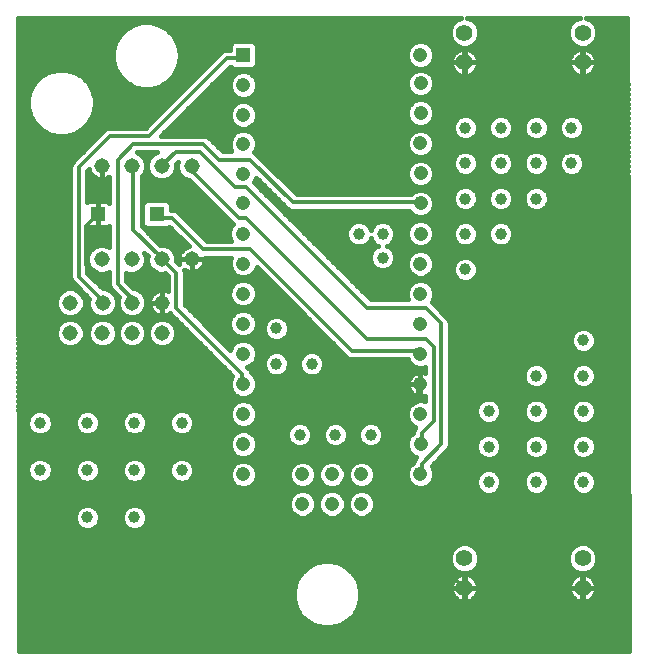
<source format=gbl>
G75*
%MOIN*%
%OFA0B0*%
%FSLAX25Y25*%
%IPPOS*%
%LPD*%
%AMOC8*
5,1,8,0,0,1.08239X$1,22.5*
%
%ADD10R,0.05150X0.05150*%
%ADD11R,0.04756X0.04756*%
%ADD12C,0.04756*%
%ADD13C,0.05150*%
%ADD14C,0.05543*%
%ADD15C,0.01200*%
%ADD16C,0.01600*%
%ADD17C,0.03962*%
D10*
X0036800Y0154083D03*
X0056485Y0154083D03*
D11*
X0085304Y0207115D03*
D12*
X0085343Y0197076D03*
X0085304Y0187194D03*
X0085304Y0177587D03*
X0085304Y0167587D03*
X0085304Y0157627D03*
X0085265Y0147587D03*
X0085304Y0137587D03*
X0085265Y0127587D03*
X0085265Y0117548D03*
X0085225Y0107509D03*
X0085304Y0097469D03*
X0085343Y0087430D03*
X0085304Y0077391D03*
X0085304Y0067351D03*
X0104989Y0067351D03*
X0104989Y0057509D03*
X0114831Y0057509D03*
X0114831Y0067351D03*
X0124674Y0067351D03*
X0124674Y0057509D03*
X0144359Y0067391D03*
X0144398Y0077391D03*
X0144359Y0087391D03*
X0144359Y0097391D03*
X0144359Y0107391D03*
X0144359Y0117430D03*
X0144359Y0127469D03*
X0144359Y0137509D03*
X0144398Y0147548D03*
X0144398Y0157627D03*
X0144398Y0167666D03*
X0144359Y0177666D03*
X0144438Y0187745D03*
X0144398Y0197706D03*
X0144359Y0207115D03*
D13*
X0068060Y0170146D03*
X0058060Y0170186D03*
X0048060Y0170186D03*
X0038060Y0170107D03*
X0038099Y0139044D03*
X0048099Y0139005D03*
X0058099Y0139005D03*
X0068099Y0139083D03*
X0058296Y0124595D03*
X0058257Y0114438D03*
X0048178Y0114398D03*
X0038375Y0114398D03*
X0038414Y0124517D03*
X0048178Y0124595D03*
X0027666Y0124556D03*
X0027666Y0114438D03*
D14*
X0159044Y0039359D03*
X0159044Y0029517D03*
X0198414Y0029517D03*
X0198414Y0039359D03*
X0198414Y0204713D03*
X0198414Y0214556D03*
X0159044Y0214556D03*
X0159044Y0204713D03*
D15*
X0143537Y0157985D02*
X0144398Y0157627D01*
X0143537Y0157985D02*
X0101937Y0157985D01*
X0087637Y0172285D01*
X0077237Y0172285D01*
X0072037Y0177485D01*
X0048637Y0177485D01*
X0043437Y0172285D01*
X0043437Y0130685D01*
X0048637Y0125485D01*
X0048178Y0124595D01*
X0043437Y0126785D02*
X0043437Y0121585D01*
X0046037Y0118985D01*
X0049937Y0118985D01*
X0055137Y0124185D01*
X0057737Y0124185D01*
X0058296Y0124595D01*
X0062937Y0122885D02*
X0062937Y0134585D01*
X0059037Y0138485D01*
X0058099Y0139005D01*
X0057737Y0139785D01*
X0048637Y0148885D01*
X0048637Y0169685D01*
X0048060Y0170186D01*
X0058060Y0170186D02*
X0059037Y0170985D01*
X0062937Y0174885D01*
X0070737Y0174885D01*
X0082437Y0163185D01*
X0086337Y0163185D01*
X0126637Y0122885D01*
X0146137Y0122885D01*
X0151337Y0117685D01*
X0151337Y0077385D01*
X0144837Y0070885D01*
X0144837Y0068285D01*
X0144359Y0067391D01*
X0144398Y0077391D02*
X0144837Y0078685D01*
X0144837Y0081285D01*
X0148737Y0085185D01*
X0148737Y0109885D01*
X0146137Y0112485D01*
X0126637Y0112485D01*
X0086337Y0152785D01*
X0083737Y0152785D01*
X0066837Y0169685D01*
X0068060Y0170146D01*
X0053837Y0180085D02*
X0040837Y0180085D01*
X0030437Y0169685D01*
X0030437Y0133285D01*
X0038237Y0125485D01*
X0038414Y0124517D01*
X0043437Y0126785D02*
X0033037Y0137185D01*
X0033037Y0150185D01*
X0035637Y0152785D01*
X0036800Y0154083D01*
X0056485Y0154083D02*
X0057737Y0152785D01*
X0061637Y0152785D01*
X0072037Y0142385D01*
X0087637Y0142385D01*
X0121437Y0108585D01*
X0143537Y0108585D01*
X0144359Y0107391D01*
X0144359Y0097391D02*
X0143537Y0096885D01*
X0143537Y0092985D01*
X0139637Y0089085D01*
X0139637Y0048785D01*
X0157837Y0030585D01*
X0159044Y0029517D01*
X0085304Y0097469D02*
X0085037Y0098185D01*
X0085037Y0100785D01*
X0062937Y0122885D01*
X0053837Y0180085D02*
X0079837Y0206085D01*
X0085037Y0206085D01*
X0085304Y0207115D01*
D16*
X0010152Y0219520D02*
X0010528Y0008568D01*
X0213724Y0008568D01*
X0213347Y0219520D01*
X0199422Y0219520D01*
X0201230Y0218771D01*
X0202629Y0217372D01*
X0203386Y0215545D01*
X0203386Y0213567D01*
X0202629Y0211740D01*
X0201230Y0210341D01*
X0199403Y0209584D01*
X0197425Y0209584D01*
X0195598Y0210341D01*
X0194199Y0211740D01*
X0193443Y0213567D01*
X0193443Y0215545D01*
X0194199Y0217372D01*
X0195598Y0218771D01*
X0197406Y0219520D01*
X0160052Y0219520D01*
X0161860Y0218771D01*
X0163259Y0217372D01*
X0164016Y0215545D01*
X0164016Y0213567D01*
X0163259Y0211740D01*
X0161860Y0210341D01*
X0160033Y0209584D01*
X0158055Y0209584D01*
X0156228Y0210341D01*
X0154829Y0211740D01*
X0154072Y0213567D01*
X0154072Y0215545D01*
X0154829Y0217372D01*
X0156228Y0218771D01*
X0158036Y0219520D01*
X0010152Y0219520D01*
X0010154Y0218102D02*
X0155559Y0218102D01*
X0154470Y0216503D02*
X0058577Y0216503D01*
X0059796Y0215800D02*
X0057265Y0217261D01*
X0054442Y0218017D01*
X0051520Y0218017D01*
X0048697Y0217261D01*
X0046166Y0215800D01*
X0044100Y0213733D01*
X0042638Y0211202D01*
X0041882Y0208379D01*
X0041882Y0205457D01*
X0042638Y0202634D01*
X0044100Y0200103D01*
X0046166Y0198037D01*
X0048697Y0196575D01*
X0051520Y0195819D01*
X0054442Y0195819D01*
X0057265Y0196575D01*
X0059796Y0198037D01*
X0061863Y0200103D01*
X0063324Y0202634D01*
X0064080Y0205457D01*
X0064080Y0208379D01*
X0063324Y0211202D01*
X0061863Y0213733D01*
X0059796Y0215800D01*
X0060691Y0214905D02*
X0154072Y0214905D01*
X0154180Y0213306D02*
X0062109Y0213306D01*
X0063032Y0211708D02*
X0154861Y0211708D01*
X0156787Y0210109D02*
X0147839Y0210109D01*
X0148240Y0209708D02*
X0146952Y0210996D01*
X0145270Y0211693D01*
X0143448Y0211693D01*
X0141766Y0210996D01*
X0140478Y0209708D01*
X0139781Y0208026D01*
X0139781Y0206204D01*
X0140478Y0204522D01*
X0141766Y0203234D01*
X0143448Y0202537D01*
X0145270Y0202537D01*
X0146952Y0203234D01*
X0148240Y0204522D01*
X0148937Y0206204D01*
X0148937Y0208026D01*
X0148240Y0209708D01*
X0148736Y0208511D02*
X0156493Y0208511D01*
X0156648Y0208623D02*
X0156066Y0208200D01*
X0155557Y0207692D01*
X0155134Y0207109D01*
X0154807Y0206468D01*
X0154585Y0205784D01*
X0154472Y0205073D01*
X0154472Y0204799D01*
X0158958Y0204799D01*
X0158958Y0204628D01*
X0154472Y0204628D01*
X0154472Y0204354D01*
X0154585Y0203643D01*
X0154807Y0202958D01*
X0155134Y0202317D01*
X0155557Y0201735D01*
X0156066Y0201226D01*
X0156648Y0200803D01*
X0157289Y0200477D01*
X0157974Y0200254D01*
X0158684Y0200142D01*
X0158958Y0200142D01*
X0158958Y0204627D01*
X0159130Y0204627D01*
X0159130Y0200142D01*
X0159404Y0200142D01*
X0160115Y0200254D01*
X0160799Y0200477D01*
X0161440Y0200803D01*
X0162022Y0201226D01*
X0162531Y0201735D01*
X0162954Y0202317D01*
X0163281Y0202958D01*
X0163503Y0203643D01*
X0163616Y0204354D01*
X0163616Y0204628D01*
X0159130Y0204628D01*
X0159130Y0204799D01*
X0163616Y0204799D01*
X0163616Y0205073D01*
X0163503Y0205784D01*
X0163281Y0206468D01*
X0162954Y0207109D01*
X0162531Y0207692D01*
X0162022Y0208200D01*
X0161440Y0208623D01*
X0160799Y0208950D01*
X0160115Y0209172D01*
X0159404Y0209285D01*
X0159130Y0209285D01*
X0159130Y0204799D01*
X0158958Y0204799D01*
X0158958Y0209285D01*
X0158684Y0209285D01*
X0157974Y0209172D01*
X0157289Y0208950D01*
X0156648Y0208623D01*
X0158958Y0208511D02*
X0159130Y0208511D01*
X0159130Y0206912D02*
X0158958Y0206912D01*
X0158958Y0205314D02*
X0159130Y0205314D01*
X0159130Y0203715D02*
X0158958Y0203715D01*
X0158958Y0202117D02*
X0159130Y0202117D01*
X0159130Y0200518D02*
X0158958Y0200518D01*
X0157207Y0200518D02*
X0148060Y0200518D01*
X0148279Y0200299D02*
X0146992Y0201587D01*
X0145309Y0202283D01*
X0143488Y0202283D01*
X0141805Y0201587D01*
X0140517Y0200299D01*
X0139820Y0198616D01*
X0139820Y0196795D01*
X0140517Y0195112D01*
X0141805Y0193825D01*
X0143488Y0193128D01*
X0145309Y0193128D01*
X0146992Y0193825D01*
X0148279Y0195112D01*
X0148976Y0196795D01*
X0148976Y0198616D01*
X0148279Y0200299D01*
X0148851Y0198920D02*
X0213384Y0198920D01*
X0213381Y0200518D02*
X0200251Y0200518D01*
X0200169Y0200477D02*
X0200810Y0200803D01*
X0201392Y0201226D01*
X0201901Y0201735D01*
X0202324Y0202317D01*
X0202651Y0202958D01*
X0202873Y0203643D01*
X0202986Y0204354D01*
X0202986Y0204628D01*
X0198500Y0204628D01*
X0198500Y0204799D01*
X0202986Y0204799D01*
X0202986Y0205073D01*
X0202873Y0205784D01*
X0202651Y0206468D01*
X0202324Y0207109D01*
X0201901Y0207692D01*
X0201392Y0208200D01*
X0200810Y0208623D01*
X0200169Y0208950D01*
X0199485Y0209172D01*
X0198774Y0209285D01*
X0198500Y0209285D01*
X0198500Y0204799D01*
X0198328Y0204799D01*
X0198328Y0204628D01*
X0193843Y0204628D01*
X0193843Y0204354D01*
X0193955Y0203643D01*
X0194177Y0202958D01*
X0194504Y0202317D01*
X0194927Y0201735D01*
X0195436Y0201226D01*
X0196018Y0200803D01*
X0196659Y0200477D01*
X0197344Y0200254D01*
X0198054Y0200142D01*
X0198328Y0200142D01*
X0198328Y0204627D01*
X0198500Y0204627D01*
X0198500Y0200142D01*
X0198774Y0200142D01*
X0199485Y0200254D01*
X0200169Y0200477D01*
X0198500Y0200518D02*
X0198328Y0200518D01*
X0198328Y0202117D02*
X0198500Y0202117D01*
X0198500Y0203715D02*
X0198328Y0203715D01*
X0198328Y0204799D02*
X0193843Y0204799D01*
X0193843Y0205073D01*
X0193955Y0205784D01*
X0194177Y0206468D01*
X0194504Y0207109D01*
X0194927Y0207692D01*
X0195436Y0208200D01*
X0196018Y0208623D01*
X0196659Y0208950D01*
X0197344Y0209172D01*
X0198054Y0209285D01*
X0198328Y0209285D01*
X0198328Y0204799D01*
X0198328Y0205314D02*
X0198500Y0205314D01*
X0198500Y0206912D02*
X0198328Y0206912D01*
X0198328Y0208511D02*
X0198500Y0208511D01*
X0200965Y0208511D02*
X0213367Y0208511D01*
X0213364Y0210109D02*
X0200671Y0210109D01*
X0202597Y0211708D02*
X0213361Y0211708D01*
X0213358Y0213306D02*
X0203278Y0213306D01*
X0203386Y0214905D02*
X0213355Y0214905D01*
X0213353Y0216503D02*
X0202989Y0216503D01*
X0201899Y0218102D02*
X0213350Y0218102D01*
X0213370Y0206912D02*
X0202425Y0206912D01*
X0202948Y0205314D02*
X0213373Y0205314D01*
X0213375Y0203715D02*
X0202885Y0203715D01*
X0202179Y0202117D02*
X0213378Y0202117D01*
X0213387Y0197321D02*
X0148976Y0197321D01*
X0148532Y0195723D02*
X0213390Y0195723D01*
X0213392Y0194124D02*
X0147291Y0194124D01*
X0147031Y0191626D02*
X0145348Y0192323D01*
X0143527Y0192323D01*
X0141845Y0191626D01*
X0140557Y0190338D01*
X0139860Y0188655D01*
X0139860Y0186834D01*
X0140557Y0185152D01*
X0141845Y0183864D01*
X0143527Y0183167D01*
X0145348Y0183167D01*
X0147031Y0183864D01*
X0148319Y0185152D01*
X0149016Y0186834D01*
X0149016Y0188655D01*
X0148319Y0190338D01*
X0147031Y0191626D01*
X0147730Y0190927D02*
X0213398Y0190927D01*
X0213401Y0189329D02*
X0148737Y0189329D01*
X0149016Y0187730D02*
X0213404Y0187730D01*
X0213407Y0186132D02*
X0197397Y0186132D01*
X0197082Y0186447D02*
X0198258Y0185271D01*
X0198894Y0183734D01*
X0198894Y0182071D01*
X0198258Y0180534D01*
X0197082Y0179358D01*
X0195545Y0178721D01*
X0193882Y0178721D01*
X0192345Y0179358D01*
X0191169Y0180534D01*
X0190532Y0182071D01*
X0190532Y0183734D01*
X0191169Y0185271D01*
X0192345Y0186447D01*
X0193882Y0187083D01*
X0195545Y0187083D01*
X0197082Y0186447D01*
X0198563Y0184533D02*
X0213410Y0184533D01*
X0213412Y0182935D02*
X0198894Y0182935D01*
X0198590Y0181336D02*
X0213415Y0181336D01*
X0213418Y0179738D02*
X0197462Y0179738D01*
X0195545Y0175272D02*
X0193882Y0175272D01*
X0192345Y0174636D01*
X0191169Y0173460D01*
X0190532Y0171923D01*
X0190532Y0170260D01*
X0191169Y0168723D01*
X0192345Y0167547D01*
X0193882Y0166910D01*
X0195545Y0166910D01*
X0197082Y0167547D01*
X0198258Y0168723D01*
X0198894Y0170260D01*
X0198894Y0171923D01*
X0198258Y0173460D01*
X0197082Y0174636D01*
X0195545Y0175272D01*
X0196342Y0174942D02*
X0213427Y0174942D01*
X0213430Y0173344D02*
X0198306Y0173344D01*
X0198894Y0171745D02*
X0213432Y0171745D01*
X0213435Y0170147D02*
X0198848Y0170147D01*
X0198083Y0168548D02*
X0213438Y0168548D01*
X0213441Y0166950D02*
X0195640Y0166950D01*
X0193787Y0166950D02*
X0183829Y0166950D01*
X0183734Y0166910D02*
X0185271Y0167547D01*
X0186447Y0168723D01*
X0187083Y0170260D01*
X0187083Y0171923D01*
X0186447Y0173460D01*
X0185271Y0174636D01*
X0183734Y0175272D01*
X0182071Y0175272D01*
X0180534Y0174636D01*
X0179358Y0173460D01*
X0178721Y0171923D01*
X0178721Y0170260D01*
X0179358Y0168723D01*
X0180534Y0167547D01*
X0182071Y0166910D01*
X0183734Y0166910D01*
X0181976Y0166950D02*
X0172018Y0166950D01*
X0171923Y0166910D02*
X0173460Y0167547D01*
X0174636Y0168723D01*
X0175272Y0170260D01*
X0175272Y0171923D01*
X0174636Y0173460D01*
X0173460Y0174636D01*
X0171923Y0175272D01*
X0170260Y0175272D01*
X0168723Y0174636D01*
X0167547Y0173460D01*
X0166910Y0171923D01*
X0166910Y0170260D01*
X0167547Y0168723D01*
X0168723Y0167547D01*
X0170260Y0166910D01*
X0171923Y0166910D01*
X0170165Y0166950D02*
X0160207Y0166950D01*
X0160112Y0166910D02*
X0161649Y0167547D01*
X0162825Y0168723D01*
X0163461Y0170260D01*
X0163461Y0171923D01*
X0162825Y0173460D01*
X0161649Y0174636D01*
X0160112Y0175272D01*
X0158449Y0175272D01*
X0156912Y0174636D01*
X0155736Y0173460D01*
X0155099Y0171923D01*
X0155099Y0170260D01*
X0155736Y0168723D01*
X0156912Y0167547D01*
X0158449Y0166910D01*
X0160112Y0166910D01*
X0158354Y0166950D02*
X0148976Y0166950D01*
X0148976Y0166756D02*
X0148279Y0165073D01*
X0146992Y0163785D01*
X0145309Y0163088D01*
X0143488Y0163088D01*
X0141805Y0163785D01*
X0140517Y0165073D01*
X0139820Y0166756D01*
X0139820Y0168577D01*
X0140517Y0170259D01*
X0141805Y0171547D01*
X0143488Y0172244D01*
X0145309Y0172244D01*
X0146992Y0171547D01*
X0148279Y0170259D01*
X0148976Y0168577D01*
X0148976Y0166756D01*
X0148395Y0165351D02*
X0213444Y0165351D01*
X0213447Y0163753D02*
X0146913Y0163753D01*
X0145431Y0162154D02*
X0156241Y0162154D01*
X0155736Y0161649D02*
X0155099Y0160112D01*
X0155099Y0158449D01*
X0155736Y0156912D01*
X0156912Y0155736D01*
X0158449Y0155099D01*
X0160112Y0155099D01*
X0161649Y0155736D01*
X0162825Y0156912D01*
X0163461Y0158449D01*
X0163461Y0160112D01*
X0162825Y0161649D01*
X0161649Y0162825D01*
X0160112Y0163461D01*
X0158449Y0163461D01*
X0156912Y0162825D01*
X0155736Y0161649D01*
X0155283Y0160556D02*
X0147944Y0160556D01*
X0148279Y0160220D02*
X0146992Y0161508D01*
X0145309Y0162205D01*
X0143488Y0162205D01*
X0141805Y0161508D01*
X0141082Y0160785D01*
X0103097Y0160785D01*
X0090011Y0173871D01*
X0089223Y0174659D01*
X0088959Y0174768D01*
X0089185Y0174994D01*
X0089882Y0176677D01*
X0089882Y0178498D01*
X0089185Y0180181D01*
X0087897Y0181468D01*
X0086215Y0182165D01*
X0084393Y0182165D01*
X0082711Y0181468D01*
X0081423Y0180181D01*
X0080726Y0178498D01*
X0080726Y0176677D01*
X0081385Y0175085D01*
X0078397Y0175085D01*
X0074411Y0179071D01*
X0073623Y0179859D01*
X0072594Y0180285D01*
X0057997Y0180285D01*
X0080997Y0203285D01*
X0081267Y0203285D01*
X0082015Y0202537D01*
X0088593Y0202537D01*
X0089882Y0203826D01*
X0089882Y0210404D01*
X0088593Y0211693D01*
X0082015Y0211693D01*
X0080726Y0210404D01*
X0080726Y0208885D01*
X0079280Y0208885D01*
X0078251Y0208459D01*
X0052677Y0182885D01*
X0040280Y0182885D01*
X0039251Y0182459D01*
X0028851Y0172059D01*
X0028063Y0171271D01*
X0027637Y0170242D01*
X0027637Y0132728D01*
X0028063Y0131699D01*
X0033832Y0125931D01*
X0033639Y0125466D01*
X0033639Y0123567D01*
X0034366Y0121812D01*
X0035709Y0120469D01*
X0037464Y0119742D01*
X0039364Y0119742D01*
X0041119Y0120469D01*
X0042462Y0121812D01*
X0043189Y0123567D01*
X0043189Y0125466D01*
X0042462Y0127221D01*
X0041119Y0128564D01*
X0039364Y0129291D01*
X0038391Y0129291D01*
X0033237Y0134445D01*
X0033237Y0150001D01*
X0033530Y0149831D01*
X0033988Y0149709D01*
X0036800Y0149709D01*
X0039612Y0149709D01*
X0040070Y0149831D01*
X0040480Y0150068D01*
X0040637Y0150225D01*
X0040637Y0143161D01*
X0039049Y0143819D01*
X0037149Y0143819D01*
X0035395Y0143092D01*
X0034051Y0141749D01*
X0033324Y0139994D01*
X0033324Y0138094D01*
X0034051Y0136339D01*
X0035395Y0134996D01*
X0037149Y0134269D01*
X0039049Y0134269D01*
X0040637Y0134927D01*
X0040637Y0130128D01*
X0041063Y0129099D01*
X0043759Y0126404D01*
X0043403Y0125545D01*
X0043403Y0123645D01*
X0044130Y0121891D01*
X0045473Y0120547D01*
X0047228Y0119820D01*
X0049128Y0119820D01*
X0050883Y0120547D01*
X0052226Y0121891D01*
X0052953Y0123645D01*
X0052953Y0125545D01*
X0052226Y0127300D01*
X0050883Y0128643D01*
X0049128Y0129370D01*
X0048712Y0129370D01*
X0046237Y0131845D01*
X0046237Y0134608D01*
X0047149Y0134230D01*
X0049049Y0134230D01*
X0050804Y0134957D01*
X0052147Y0136300D01*
X0052874Y0138055D01*
X0052874Y0139954D01*
X0052355Y0141207D01*
X0053407Y0140155D01*
X0053324Y0139954D01*
X0053324Y0138055D01*
X0054051Y0136300D01*
X0055395Y0134957D01*
X0057149Y0134230D01*
X0059049Y0134230D01*
X0059249Y0134313D01*
X0060137Y0133425D01*
X0060137Y0128567D01*
X0059975Y0128650D01*
X0059320Y0128862D01*
X0058640Y0128970D01*
X0058296Y0128970D01*
X0057952Y0128970D01*
X0057272Y0128862D01*
X0056617Y0128650D01*
X0056003Y0128337D01*
X0055446Y0127932D01*
X0054959Y0127445D01*
X0054554Y0126888D01*
X0054242Y0126275D01*
X0054029Y0125620D01*
X0053921Y0124940D01*
X0053921Y0124595D01*
X0053921Y0124251D01*
X0054029Y0123571D01*
X0054242Y0122916D01*
X0054554Y0122302D01*
X0054959Y0121745D01*
X0055446Y0121258D01*
X0056003Y0120854D01*
X0056617Y0120541D01*
X0057272Y0120328D01*
X0057952Y0120220D01*
X0058296Y0120220D01*
X0058296Y0124595D01*
X0058296Y0124595D01*
X0058296Y0120220D01*
X0058640Y0120220D01*
X0059320Y0120328D01*
X0059975Y0120541D01*
X0060589Y0120854D01*
X0060832Y0121030D01*
X0061351Y0120511D01*
X0081611Y0100251D01*
X0081423Y0100062D01*
X0080726Y0098380D01*
X0080726Y0096559D01*
X0081423Y0094876D01*
X0082711Y0093588D01*
X0084393Y0092891D01*
X0086215Y0092891D01*
X0087897Y0093588D01*
X0089185Y0094876D01*
X0089882Y0096559D01*
X0089882Y0098380D01*
X0089185Y0100062D01*
X0087897Y0101350D01*
X0087820Y0101382D01*
X0087411Y0102371D01*
X0086642Y0103140D01*
X0087818Y0103628D01*
X0089106Y0104915D01*
X0089803Y0106598D01*
X0089803Y0108419D01*
X0089106Y0110102D01*
X0087818Y0111390D01*
X0086136Y0112087D01*
X0084315Y0112087D01*
X0082632Y0111390D01*
X0081344Y0110102D01*
X0080857Y0108925D01*
X0065737Y0124045D01*
X0065737Y0135142D01*
X0065589Y0135500D01*
X0065806Y0135342D01*
X0066420Y0135029D01*
X0067075Y0134816D01*
X0067755Y0134709D01*
X0068099Y0134709D01*
X0068099Y0139083D01*
X0068099Y0139083D01*
X0063724Y0139083D01*
X0063724Y0138739D01*
X0063832Y0138059D01*
X0064029Y0137453D01*
X0062874Y0138608D01*
X0062874Y0139954D01*
X0062147Y0141709D01*
X0060804Y0143053D01*
X0059049Y0143780D01*
X0057702Y0143780D01*
X0051437Y0150045D01*
X0051437Y0166810D01*
X0052108Y0167481D01*
X0052835Y0169236D01*
X0052835Y0171136D01*
X0052108Y0172891D01*
X0050765Y0174234D01*
X0049761Y0174649D01*
X0049797Y0174685D01*
X0056445Y0174685D01*
X0055355Y0174234D01*
X0054012Y0172891D01*
X0053285Y0171136D01*
X0053285Y0169236D01*
X0054012Y0167481D01*
X0055355Y0166138D01*
X0057110Y0165411D01*
X0059010Y0165411D01*
X0060765Y0166138D01*
X0062108Y0167481D01*
X0062835Y0169236D01*
X0062835Y0170823D01*
X0063410Y0171399D01*
X0063285Y0171096D01*
X0063285Y0169197D01*
X0064012Y0167442D01*
X0065355Y0166099D01*
X0067110Y0165372D01*
X0067191Y0165372D01*
X0081883Y0150680D01*
X0081384Y0150181D01*
X0080687Y0148498D01*
X0080687Y0146677D01*
X0081305Y0145185D01*
X0073197Y0145185D01*
X0064011Y0154371D01*
X0063223Y0155159D01*
X0062194Y0155585D01*
X0061260Y0155585D01*
X0061260Y0157570D01*
X0059971Y0158858D01*
X0052999Y0158858D01*
X0051710Y0157570D01*
X0051710Y0150597D01*
X0052999Y0149309D01*
X0059971Y0149309D01*
X0060562Y0149900D01*
X0067107Y0143356D01*
X0067075Y0143351D01*
X0066420Y0143138D01*
X0065806Y0142825D01*
X0065249Y0142420D01*
X0064762Y0141933D01*
X0064358Y0141376D01*
X0064045Y0140763D01*
X0063832Y0140108D01*
X0063724Y0139428D01*
X0063724Y0139084D01*
X0068099Y0139084D01*
X0068099Y0139083D01*
X0068099Y0134709D01*
X0068444Y0134709D01*
X0069124Y0134816D01*
X0069779Y0135029D01*
X0070392Y0135342D01*
X0070949Y0135747D01*
X0071436Y0136233D01*
X0071841Y0136791D01*
X0072153Y0137404D01*
X0072366Y0138059D01*
X0072474Y0138739D01*
X0072474Y0139083D01*
X0068099Y0139083D01*
X0068099Y0139084D01*
X0072474Y0139084D01*
X0072474Y0139428D01*
X0072449Y0139585D01*
X0081176Y0139585D01*
X0080726Y0138498D01*
X0080726Y0136677D01*
X0081423Y0134994D01*
X0082711Y0133706D01*
X0084393Y0133009D01*
X0086215Y0133009D01*
X0087897Y0133706D01*
X0089185Y0134994D01*
X0089736Y0136326D01*
X0119851Y0106211D01*
X0120880Y0105785D01*
X0140069Y0105785D01*
X0140478Y0104797D01*
X0141766Y0103510D01*
X0143448Y0102813D01*
X0145270Y0102813D01*
X0145937Y0103089D01*
X0145937Y0101271D01*
X0145337Y0101466D01*
X0144688Y0101568D01*
X0144359Y0101568D01*
X0144030Y0101568D01*
X0143381Y0101466D01*
X0142755Y0101262D01*
X0142169Y0100964D01*
X0141637Y0100577D01*
X0141172Y0100112D01*
X0140786Y0099580D01*
X0140487Y0098994D01*
X0140284Y0098369D01*
X0140181Y0097719D01*
X0140181Y0097391D01*
X0144359Y0097391D01*
X0144359Y0101568D01*
X0144359Y0097391D01*
X0144359Y0097391D01*
X0144359Y0097390D01*
X0144359Y0093213D01*
X0144688Y0093213D01*
X0145337Y0093315D01*
X0145937Y0093510D01*
X0145937Y0091692D01*
X0145270Y0091968D01*
X0143448Y0091968D01*
X0141766Y0091272D01*
X0140478Y0089984D01*
X0139781Y0088301D01*
X0139781Y0086480D01*
X0140478Y0084797D01*
X0141766Y0083510D01*
X0142710Y0083118D01*
X0142463Y0082871D01*
X0142037Y0081842D01*
X0142037Y0081368D01*
X0141805Y0081272D01*
X0140517Y0079984D01*
X0139820Y0078301D01*
X0139820Y0076480D01*
X0140517Y0074797D01*
X0141805Y0073510D01*
X0143005Y0073013D01*
X0142463Y0072471D01*
X0142037Y0071442D01*
X0142037Y0071384D01*
X0141766Y0071272D01*
X0140478Y0069984D01*
X0139781Y0068301D01*
X0139781Y0066480D01*
X0140478Y0064797D01*
X0141766Y0063510D01*
X0143448Y0062813D01*
X0145270Y0062813D01*
X0146952Y0063510D01*
X0148240Y0064797D01*
X0148937Y0066480D01*
X0148937Y0068301D01*
X0148240Y0069984D01*
X0148068Y0070156D01*
X0153711Y0075799D01*
X0154137Y0076828D01*
X0154137Y0118242D01*
X0153711Y0119271D01*
X0148511Y0124471D01*
X0148173Y0124809D01*
X0148240Y0124876D01*
X0148937Y0126559D01*
X0148937Y0128380D01*
X0148240Y0130062D01*
X0146952Y0131350D01*
X0145270Y0132047D01*
X0143448Y0132047D01*
X0141766Y0131350D01*
X0140478Y0130062D01*
X0139781Y0128380D01*
X0139781Y0126559D01*
X0140143Y0125685D01*
X0127797Y0125685D01*
X0088836Y0164646D01*
X0089185Y0164994D01*
X0089707Y0166255D01*
X0100351Y0155611D01*
X0101380Y0155185D01*
X0140455Y0155185D01*
X0140517Y0155034D01*
X0141805Y0153746D01*
X0143488Y0153049D01*
X0145309Y0153049D01*
X0146992Y0153746D01*
X0148279Y0155034D01*
X0148976Y0156716D01*
X0148976Y0158537D01*
X0148279Y0160220D01*
X0148803Y0158957D02*
X0155099Y0158957D01*
X0155551Y0157359D02*
X0148976Y0157359D01*
X0148580Y0155760D02*
X0156888Y0155760D01*
X0158449Y0151650D02*
X0156912Y0151014D01*
X0155736Y0149838D01*
X0155099Y0148301D01*
X0155099Y0146638D01*
X0155736Y0145101D01*
X0156912Y0143925D01*
X0158449Y0143288D01*
X0160112Y0143288D01*
X0161649Y0143925D01*
X0162825Y0145101D01*
X0163461Y0146638D01*
X0163461Y0148301D01*
X0162825Y0149838D01*
X0161649Y0151014D01*
X0160112Y0151650D01*
X0158449Y0151650D01*
X0156863Y0150964D02*
X0147456Y0150964D01*
X0146992Y0151429D02*
X0145309Y0152126D01*
X0143488Y0152126D01*
X0141805Y0151429D01*
X0140517Y0150141D01*
X0139820Y0148459D01*
X0139820Y0146637D01*
X0140517Y0144955D01*
X0141805Y0143667D01*
X0143488Y0142970D01*
X0145309Y0142970D01*
X0146992Y0143667D01*
X0148279Y0144955D01*
X0148976Y0146637D01*
X0148976Y0148459D01*
X0148279Y0150141D01*
X0146992Y0151429D01*
X0148601Y0149366D02*
X0155540Y0149366D01*
X0155099Y0147767D02*
X0148976Y0147767D01*
X0148782Y0146169D02*
X0155293Y0146169D01*
X0156266Y0144570D02*
X0147895Y0144570D01*
X0146952Y0141390D02*
X0145270Y0142087D01*
X0143448Y0142087D01*
X0141766Y0141390D01*
X0140478Y0140102D01*
X0139781Y0138419D01*
X0139781Y0136598D01*
X0140478Y0134915D01*
X0141766Y0133628D01*
X0143448Y0132931D01*
X0145270Y0132931D01*
X0146952Y0133628D01*
X0148240Y0134915D01*
X0148937Y0136598D01*
X0148937Y0138419D01*
X0148240Y0140102D01*
X0146952Y0141390D01*
X0146969Y0141373D02*
X0213487Y0141373D01*
X0213489Y0139775D02*
X0160268Y0139775D01*
X0160112Y0139839D02*
X0158449Y0139839D01*
X0156912Y0139203D01*
X0155736Y0138027D01*
X0155099Y0136490D01*
X0155099Y0134827D01*
X0155736Y0133290D01*
X0156912Y0132114D01*
X0158449Y0131477D01*
X0160112Y0131477D01*
X0161649Y0132114D01*
X0162825Y0133290D01*
X0163461Y0134827D01*
X0163461Y0136490D01*
X0162825Y0138027D01*
X0161649Y0139203D01*
X0160112Y0139839D01*
X0158293Y0139775D02*
X0148375Y0139775D01*
X0148937Y0138176D02*
X0155885Y0138176D01*
X0155136Y0136578D02*
X0148929Y0136578D01*
X0148267Y0134979D02*
X0155099Y0134979D01*
X0155698Y0133381D02*
X0146356Y0133381D01*
X0145909Y0131782D02*
X0157712Y0131782D01*
X0160849Y0131782D02*
X0213504Y0131782D01*
X0213507Y0130184D02*
X0148119Y0130184D01*
X0148852Y0128585D02*
X0213509Y0128585D01*
X0213512Y0126987D02*
X0148937Y0126987D01*
X0148452Y0125388D02*
X0213515Y0125388D01*
X0213518Y0123790D02*
X0149192Y0123790D01*
X0148511Y0124471D02*
X0148511Y0124471D01*
X0150791Y0122191D02*
X0213521Y0122191D01*
X0213524Y0120593D02*
X0152389Y0120593D01*
X0153825Y0118994D02*
X0213527Y0118994D01*
X0213529Y0117396D02*
X0154137Y0117396D01*
X0154137Y0115797D02*
X0196804Y0115797D01*
X0196282Y0115581D02*
X0195106Y0114405D01*
X0194469Y0112868D01*
X0194469Y0111205D01*
X0195106Y0109668D01*
X0196282Y0108492D01*
X0197819Y0107855D01*
X0199482Y0107855D01*
X0201019Y0108492D01*
X0202195Y0109668D01*
X0202831Y0111205D01*
X0202831Y0112868D01*
X0202195Y0114405D01*
X0201019Y0115581D01*
X0199482Y0116217D01*
X0197819Y0116217D01*
X0196282Y0115581D01*
X0195021Y0114199D02*
X0154137Y0114199D01*
X0154137Y0112600D02*
X0194469Y0112600D01*
X0194553Y0111002D02*
X0154137Y0111002D01*
X0154137Y0109403D02*
X0195370Y0109403D01*
X0197819Y0104406D02*
X0196282Y0103770D01*
X0195106Y0102594D01*
X0194469Y0101057D01*
X0194469Y0099394D01*
X0195106Y0097857D01*
X0196282Y0096681D01*
X0197819Y0096044D01*
X0199482Y0096044D01*
X0201019Y0096681D01*
X0202195Y0097857D01*
X0202831Y0099394D01*
X0202831Y0101057D01*
X0202195Y0102594D01*
X0201019Y0103770D01*
X0199482Y0104406D01*
X0197819Y0104406D01*
X0195521Y0103009D02*
X0186031Y0103009D01*
X0186447Y0102594D02*
X0185271Y0103770D01*
X0183734Y0104406D01*
X0182071Y0104406D01*
X0180534Y0103770D01*
X0179358Y0102594D01*
X0178721Y0101057D01*
X0178721Y0099394D01*
X0179358Y0097857D01*
X0180534Y0096681D01*
X0182071Y0096044D01*
X0183734Y0096044D01*
X0185271Y0096681D01*
X0186447Y0097857D01*
X0187083Y0099394D01*
X0187083Y0101057D01*
X0186447Y0102594D01*
X0186937Y0101411D02*
X0194616Y0101411D01*
X0194469Y0099812D02*
X0187083Y0099812D01*
X0186595Y0098214D02*
X0194958Y0098214D01*
X0196440Y0096615D02*
X0185112Y0096615D01*
X0183734Y0092595D02*
X0182071Y0092595D01*
X0180534Y0091959D01*
X0179358Y0090783D01*
X0178721Y0089246D01*
X0178721Y0087582D01*
X0179358Y0086046D01*
X0180534Y0084870D01*
X0182071Y0084233D01*
X0183734Y0084233D01*
X0185271Y0084870D01*
X0186447Y0086046D01*
X0187083Y0087582D01*
X0187083Y0089246D01*
X0186447Y0090783D01*
X0185271Y0091959D01*
X0183734Y0092595D01*
X0185410Y0091820D02*
X0196143Y0091820D01*
X0196282Y0091959D02*
X0195106Y0090783D01*
X0194469Y0089246D01*
X0194469Y0087582D01*
X0195106Y0086046D01*
X0196282Y0084870D01*
X0197819Y0084233D01*
X0199482Y0084233D01*
X0201019Y0084870D01*
X0202195Y0086046D01*
X0202831Y0087582D01*
X0202831Y0089246D01*
X0202195Y0090783D01*
X0201019Y0091959D01*
X0199482Y0092595D01*
X0197819Y0092595D01*
X0196282Y0091959D01*
X0194873Y0090221D02*
X0186680Y0090221D01*
X0187083Y0088623D02*
X0194469Y0088623D01*
X0194701Y0087024D02*
X0186852Y0087024D01*
X0185827Y0085425D02*
X0195726Y0085425D01*
X0197819Y0080784D02*
X0196282Y0080148D01*
X0195106Y0078972D01*
X0194469Y0077435D01*
X0194469Y0075771D01*
X0195106Y0074235D01*
X0196282Y0073059D01*
X0197819Y0072422D01*
X0199482Y0072422D01*
X0201019Y0073059D01*
X0202195Y0074235D01*
X0202831Y0075771D01*
X0202831Y0077435D01*
X0202195Y0078972D01*
X0201019Y0080148D01*
X0199482Y0080784D01*
X0197819Y0080784D01*
X0197446Y0080630D02*
X0184107Y0080630D01*
X0183734Y0080784D02*
X0185271Y0080148D01*
X0186447Y0078972D01*
X0187083Y0077435D01*
X0187083Y0075771D01*
X0186447Y0074235D01*
X0185271Y0073059D01*
X0183734Y0072422D01*
X0182071Y0072422D01*
X0180534Y0073059D01*
X0179358Y0074235D01*
X0178721Y0075771D01*
X0178721Y0077435D01*
X0179358Y0078972D01*
X0180534Y0080148D01*
X0182071Y0080784D01*
X0183734Y0080784D01*
X0181698Y0080630D02*
X0168358Y0080630D01*
X0167986Y0080784D02*
X0169523Y0080148D01*
X0170699Y0078972D01*
X0171335Y0077435D01*
X0171335Y0075771D01*
X0170699Y0074235D01*
X0169523Y0073059D01*
X0167986Y0072422D01*
X0166323Y0072422D01*
X0164786Y0073059D01*
X0163610Y0074235D01*
X0162973Y0075771D01*
X0162973Y0077435D01*
X0163610Y0078972D01*
X0164786Y0080148D01*
X0166323Y0080784D01*
X0167986Y0080784D01*
X0165950Y0080630D02*
X0154137Y0080630D01*
X0154137Y0082228D02*
X0213592Y0082228D01*
X0213595Y0080630D02*
X0199855Y0080630D01*
X0202135Y0079031D02*
X0213598Y0079031D01*
X0213601Y0077433D02*
X0202831Y0077433D01*
X0202831Y0075834D02*
X0213604Y0075834D01*
X0213606Y0074236D02*
X0202195Y0074236D01*
X0200002Y0072637D02*
X0213609Y0072637D01*
X0213612Y0071039D02*
X0148951Y0071039D01*
X0148465Y0069440D02*
X0213615Y0069440D01*
X0213618Y0067842D02*
X0201514Y0067842D01*
X0201019Y0068337D02*
X0199482Y0068973D01*
X0197819Y0068973D01*
X0196282Y0068337D01*
X0195106Y0067161D01*
X0194469Y0065624D01*
X0194469Y0063960D01*
X0195106Y0062424D01*
X0196282Y0061248D01*
X0197819Y0060611D01*
X0199482Y0060611D01*
X0201019Y0061248D01*
X0202195Y0062424D01*
X0202831Y0063960D01*
X0202831Y0065624D01*
X0202195Y0067161D01*
X0201019Y0068337D01*
X0202575Y0066243D02*
X0213621Y0066243D01*
X0213624Y0064645D02*
X0202831Y0064645D01*
X0202453Y0063046D02*
X0213626Y0063046D01*
X0213629Y0061448D02*
X0201219Y0061448D01*
X0196082Y0061448D02*
X0185471Y0061448D01*
X0185271Y0061248D02*
X0186447Y0062424D01*
X0187083Y0063960D01*
X0187083Y0065624D01*
X0186447Y0067161D01*
X0185271Y0068337D01*
X0183734Y0068973D01*
X0182071Y0068973D01*
X0180534Y0068337D01*
X0179358Y0067161D01*
X0178721Y0065624D01*
X0178721Y0063960D01*
X0179358Y0062424D01*
X0180534Y0061248D01*
X0182071Y0060611D01*
X0183734Y0060611D01*
X0185271Y0061248D01*
X0186705Y0063046D02*
X0194848Y0063046D01*
X0194469Y0064645D02*
X0187083Y0064645D01*
X0186827Y0066243D02*
X0194726Y0066243D01*
X0195787Y0067842D02*
X0185766Y0067842D01*
X0184254Y0072637D02*
X0197299Y0072637D01*
X0195105Y0074236D02*
X0186447Y0074236D01*
X0187083Y0075834D02*
X0194469Y0075834D01*
X0194469Y0077433D02*
X0187083Y0077433D01*
X0186387Y0079031D02*
X0195166Y0079031D01*
X0201575Y0085425D02*
X0213587Y0085425D01*
X0213589Y0083827D02*
X0154137Y0083827D01*
X0154137Y0085425D02*
X0164230Y0085425D01*
X0164786Y0084870D02*
X0166323Y0084233D01*
X0167986Y0084233D01*
X0169523Y0084870D01*
X0170699Y0086046D01*
X0171335Y0087582D01*
X0171335Y0089246D01*
X0170699Y0090783D01*
X0169523Y0091959D01*
X0167986Y0092595D01*
X0166323Y0092595D01*
X0164786Y0091959D01*
X0163610Y0090783D01*
X0162973Y0089246D01*
X0162973Y0087582D01*
X0163610Y0086046D01*
X0164786Y0084870D01*
X0163205Y0087024D02*
X0154137Y0087024D01*
X0154137Y0088623D02*
X0162973Y0088623D01*
X0163377Y0090221D02*
X0154137Y0090221D01*
X0154137Y0091820D02*
X0164647Y0091820D01*
X0169662Y0091820D02*
X0180395Y0091820D01*
X0179125Y0090221D02*
X0170931Y0090221D01*
X0171335Y0088623D02*
X0178721Y0088623D01*
X0178953Y0087024D02*
X0171104Y0087024D01*
X0170079Y0085425D02*
X0179978Y0085425D01*
X0179418Y0079031D02*
X0170639Y0079031D01*
X0171335Y0077433D02*
X0178721Y0077433D01*
X0178721Y0075834D02*
X0171335Y0075834D01*
X0170699Y0074236D02*
X0179357Y0074236D01*
X0181551Y0072637D02*
X0168506Y0072637D01*
X0167986Y0068973D02*
X0166323Y0068973D01*
X0164786Y0068337D01*
X0163610Y0067161D01*
X0162973Y0065624D01*
X0162973Y0063960D01*
X0163610Y0062424D01*
X0164786Y0061248D01*
X0166323Y0060611D01*
X0167986Y0060611D01*
X0169523Y0061248D01*
X0170699Y0062424D01*
X0171335Y0063960D01*
X0171335Y0065624D01*
X0170699Y0067161D01*
X0169523Y0068337D01*
X0167986Y0068973D01*
X0170018Y0067842D02*
X0180039Y0067842D01*
X0178978Y0066243D02*
X0171079Y0066243D01*
X0171335Y0064645D02*
X0178721Y0064645D01*
X0179100Y0063046D02*
X0170957Y0063046D01*
X0169723Y0061448D02*
X0180334Y0061448D01*
X0164586Y0061448D02*
X0127127Y0061448D01*
X0127267Y0061390D02*
X0125585Y0062087D01*
X0123763Y0062087D01*
X0122081Y0061390D01*
X0120793Y0060102D01*
X0120096Y0058419D01*
X0120096Y0056598D01*
X0120793Y0054915D01*
X0122081Y0053628D01*
X0123763Y0052931D01*
X0125585Y0052931D01*
X0127267Y0053628D01*
X0128555Y0054915D01*
X0129252Y0056598D01*
X0129252Y0058419D01*
X0128555Y0060102D01*
X0127267Y0061390D01*
X0126244Y0063046D02*
X0142884Y0063046D01*
X0140631Y0064645D02*
X0128442Y0064645D01*
X0128555Y0064758D02*
X0129252Y0066441D01*
X0129252Y0068262D01*
X0128555Y0069944D01*
X0127267Y0071232D01*
X0125585Y0071929D01*
X0123763Y0071929D01*
X0122081Y0071232D01*
X0120793Y0069944D01*
X0120096Y0068262D01*
X0120096Y0066441D01*
X0120793Y0064758D01*
X0122081Y0063470D01*
X0123763Y0062773D01*
X0125585Y0062773D01*
X0127267Y0063470D01*
X0128555Y0064758D01*
X0129170Y0066243D02*
X0139879Y0066243D01*
X0139781Y0067842D02*
X0129252Y0067842D01*
X0128764Y0069440D02*
X0140253Y0069440D01*
X0141533Y0071039D02*
X0127460Y0071039D01*
X0126953Y0076359D02*
X0125416Y0076996D01*
X0124240Y0078172D01*
X0123603Y0079708D01*
X0123603Y0081372D01*
X0124240Y0082909D01*
X0125416Y0084085D01*
X0126953Y0084721D01*
X0128616Y0084721D01*
X0130153Y0084085D01*
X0131329Y0082909D01*
X0131965Y0081372D01*
X0131965Y0079708D01*
X0131329Y0078172D01*
X0130153Y0076996D01*
X0128616Y0076359D01*
X0126953Y0076359D01*
X0124978Y0077433D02*
X0118779Y0077433D01*
X0118342Y0076996D02*
X0119518Y0078172D01*
X0120154Y0079708D01*
X0120154Y0081372D01*
X0119518Y0082909D01*
X0118342Y0084085D01*
X0116805Y0084721D01*
X0115142Y0084721D01*
X0113605Y0084085D01*
X0112429Y0082909D01*
X0111792Y0081372D01*
X0111792Y0079708D01*
X0112429Y0078172D01*
X0113605Y0076996D01*
X0115142Y0076359D01*
X0116805Y0076359D01*
X0118342Y0076996D01*
X0119874Y0079031D02*
X0123884Y0079031D01*
X0123603Y0080630D02*
X0120154Y0080630D01*
X0119799Y0082228D02*
X0123958Y0082228D01*
X0125158Y0083827D02*
X0118599Y0083827D01*
X0113347Y0083827D02*
X0106788Y0083827D01*
X0106531Y0084085D02*
X0104994Y0084721D01*
X0103331Y0084721D01*
X0101794Y0084085D01*
X0100618Y0082909D01*
X0099981Y0081372D01*
X0099981Y0079708D01*
X0100618Y0078172D01*
X0101794Y0076996D01*
X0103331Y0076359D01*
X0104994Y0076359D01*
X0106531Y0076996D01*
X0107707Y0078172D01*
X0108343Y0079708D01*
X0108343Y0081372D01*
X0107707Y0082909D01*
X0106531Y0084085D01*
X0107988Y0082228D02*
X0112147Y0082228D01*
X0111792Y0080630D02*
X0108343Y0080630D01*
X0108063Y0079031D02*
X0112073Y0079031D01*
X0113167Y0077433D02*
X0106968Y0077433D01*
X0105900Y0071929D02*
X0104078Y0071929D01*
X0102396Y0071232D01*
X0101108Y0069944D01*
X0100411Y0068262D01*
X0100411Y0066441D01*
X0101108Y0064758D01*
X0102396Y0063470D01*
X0104078Y0062773D01*
X0105900Y0062773D01*
X0107582Y0063470D01*
X0108870Y0064758D01*
X0109567Y0066441D01*
X0109567Y0068262D01*
X0108870Y0069944D01*
X0107582Y0071232D01*
X0105900Y0071929D01*
X0107775Y0071039D02*
X0112045Y0071039D01*
X0112238Y0071232D02*
X0110950Y0069944D01*
X0110254Y0068262D01*
X0110254Y0066441D01*
X0110950Y0064758D01*
X0112238Y0063470D01*
X0113921Y0062773D01*
X0115742Y0062773D01*
X0117425Y0063470D01*
X0118712Y0064758D01*
X0119409Y0066441D01*
X0119409Y0068262D01*
X0118712Y0069944D01*
X0117425Y0071232D01*
X0115742Y0071929D01*
X0113921Y0071929D01*
X0112238Y0071232D01*
X0110742Y0069440D02*
X0109079Y0069440D01*
X0109567Y0067842D02*
X0110254Y0067842D01*
X0110335Y0066243D02*
X0109485Y0066243D01*
X0108757Y0064645D02*
X0111064Y0064645D01*
X0113262Y0063046D02*
X0106559Y0063046D01*
X0105900Y0062087D02*
X0104078Y0062087D01*
X0102396Y0061390D01*
X0101108Y0060102D01*
X0100411Y0058419D01*
X0100411Y0056598D01*
X0101108Y0054915D01*
X0102396Y0053628D01*
X0104078Y0052931D01*
X0105900Y0052931D01*
X0107582Y0053628D01*
X0108870Y0054915D01*
X0109567Y0056598D01*
X0109567Y0058419D01*
X0108870Y0060102D01*
X0107582Y0061390D01*
X0105900Y0062087D01*
X0107442Y0061448D02*
X0112379Y0061448D01*
X0112238Y0061390D02*
X0110950Y0060102D01*
X0110254Y0058419D01*
X0110254Y0056598D01*
X0110950Y0054915D01*
X0112238Y0053628D01*
X0113921Y0052931D01*
X0115742Y0052931D01*
X0117425Y0053628D01*
X0118712Y0054915D01*
X0119409Y0056598D01*
X0119409Y0058419D01*
X0118712Y0060102D01*
X0117425Y0061390D01*
X0115742Y0062087D01*
X0113921Y0062087D01*
X0112238Y0061390D01*
X0110846Y0059849D02*
X0108975Y0059849D01*
X0109567Y0058251D02*
X0110254Y0058251D01*
X0110254Y0056652D02*
X0109567Y0056652D01*
X0108927Y0055054D02*
X0110893Y0055054D01*
X0112654Y0053455D02*
X0107166Y0053455D01*
X0102812Y0053455D02*
X0053225Y0053455D01*
X0053225Y0053813D02*
X0052589Y0055349D01*
X0051412Y0056526D01*
X0049876Y0057162D01*
X0048212Y0057162D01*
X0046676Y0056526D01*
X0045500Y0055349D01*
X0044863Y0053813D01*
X0044863Y0052149D01*
X0045500Y0050613D01*
X0046676Y0049437D01*
X0048212Y0048800D01*
X0049876Y0048800D01*
X0051412Y0049437D01*
X0052589Y0050613D01*
X0053225Y0052149D01*
X0053225Y0053813D01*
X0052711Y0055054D02*
X0101051Y0055054D01*
X0100411Y0056652D02*
X0051107Y0056652D01*
X0046981Y0056652D02*
X0035359Y0056652D01*
X0035664Y0056526D02*
X0034128Y0057162D01*
X0032464Y0057162D01*
X0030928Y0056526D01*
X0029751Y0055349D01*
X0029115Y0053813D01*
X0029115Y0052149D01*
X0029751Y0050613D01*
X0030928Y0049437D01*
X0032464Y0048800D01*
X0034128Y0048800D01*
X0035664Y0049437D01*
X0036841Y0050613D01*
X0037477Y0052149D01*
X0037477Y0053813D01*
X0036841Y0055349D01*
X0035664Y0056526D01*
X0036963Y0055054D02*
X0045377Y0055054D01*
X0044863Y0053455D02*
X0037477Y0053455D01*
X0037356Y0051857D02*
X0044984Y0051857D01*
X0045854Y0050258D02*
X0036486Y0050258D01*
X0030106Y0050258D02*
X0010454Y0050258D01*
X0010457Y0048660D02*
X0213652Y0048660D01*
X0213649Y0050258D02*
X0052234Y0050258D01*
X0053104Y0051857D02*
X0213646Y0051857D01*
X0213644Y0053455D02*
X0126851Y0053455D01*
X0128612Y0055054D02*
X0213641Y0055054D01*
X0213638Y0056652D02*
X0129252Y0056652D01*
X0129252Y0058251D02*
X0213635Y0058251D01*
X0213632Y0059849D02*
X0128660Y0059849D01*
X0123104Y0063046D02*
X0116401Y0063046D01*
X0117284Y0061448D02*
X0122221Y0061448D01*
X0120688Y0059849D02*
X0118817Y0059849D01*
X0119409Y0058251D02*
X0120096Y0058251D01*
X0120096Y0056652D02*
X0119409Y0056652D01*
X0118770Y0055054D02*
X0120736Y0055054D01*
X0122497Y0053455D02*
X0117008Y0053455D01*
X0118599Y0064645D02*
X0120906Y0064645D01*
X0120178Y0066243D02*
X0119328Y0066243D01*
X0119409Y0067842D02*
X0120096Y0067842D01*
X0120584Y0069440D02*
X0118921Y0069440D01*
X0117618Y0071039D02*
X0121888Y0071039D01*
X0130590Y0077433D02*
X0139820Y0077433D01*
X0140088Y0075834D02*
X0089614Y0075834D01*
X0089882Y0076480D02*
X0089185Y0074797D01*
X0087897Y0073510D01*
X0086215Y0072813D01*
X0084393Y0072813D01*
X0082711Y0073510D01*
X0081423Y0074797D01*
X0080726Y0076480D01*
X0080726Y0078301D01*
X0081423Y0079984D01*
X0082711Y0081272D01*
X0084393Y0081968D01*
X0086215Y0081968D01*
X0087897Y0081272D01*
X0089185Y0079984D01*
X0089882Y0078301D01*
X0089882Y0076480D01*
X0089882Y0077433D02*
X0101356Y0077433D01*
X0100262Y0079031D02*
X0089579Y0079031D01*
X0088539Y0080630D02*
X0099981Y0080630D01*
X0100336Y0082228D02*
X0068386Y0082228D01*
X0068337Y0082109D02*
X0068973Y0083645D01*
X0068973Y0085309D01*
X0068337Y0086846D01*
X0067161Y0088022D01*
X0065624Y0088658D01*
X0063960Y0088658D01*
X0062424Y0088022D01*
X0061248Y0086846D01*
X0060611Y0085309D01*
X0060611Y0083645D01*
X0061248Y0082109D01*
X0062424Y0080933D01*
X0063960Y0080296D01*
X0065624Y0080296D01*
X0067161Y0080933D01*
X0068337Y0082109D01*
X0068973Y0083827D02*
X0082472Y0083827D01*
X0082750Y0083549D02*
X0084433Y0082852D01*
X0086254Y0082852D01*
X0087937Y0083549D01*
X0089224Y0084837D01*
X0089921Y0086519D01*
X0089921Y0088341D01*
X0089224Y0090023D01*
X0087937Y0091311D01*
X0086254Y0092008D01*
X0084433Y0092008D01*
X0082750Y0091311D01*
X0081462Y0090023D01*
X0080765Y0088341D01*
X0080765Y0086519D01*
X0081462Y0084837D01*
X0082750Y0083549D01*
X0081218Y0085425D02*
X0068925Y0085425D01*
X0068158Y0087024D02*
X0080765Y0087024D01*
X0080882Y0088623D02*
X0065710Y0088623D01*
X0063874Y0088623D02*
X0049962Y0088623D01*
X0049876Y0088658D02*
X0048212Y0088658D01*
X0046676Y0088022D01*
X0045500Y0086846D01*
X0044863Y0085309D01*
X0044863Y0083645D01*
X0045500Y0082109D01*
X0046676Y0080933D01*
X0048212Y0080296D01*
X0049876Y0080296D01*
X0051412Y0080933D01*
X0052589Y0082109D01*
X0053225Y0083645D01*
X0053225Y0085309D01*
X0052589Y0086846D01*
X0051412Y0088022D01*
X0049876Y0088658D01*
X0048126Y0088623D02*
X0034214Y0088623D01*
X0034128Y0088658D02*
X0032464Y0088658D01*
X0030928Y0088022D01*
X0029751Y0086846D01*
X0029115Y0085309D01*
X0029115Y0083645D01*
X0029751Y0082109D01*
X0030928Y0080933D01*
X0032464Y0080296D01*
X0034128Y0080296D01*
X0035664Y0080933D01*
X0036841Y0082109D01*
X0037477Y0083645D01*
X0037477Y0085309D01*
X0036841Y0086846D01*
X0035664Y0088022D01*
X0034128Y0088658D01*
X0032378Y0088623D02*
X0018466Y0088623D01*
X0018380Y0088658D02*
X0016716Y0088658D01*
X0015180Y0088022D01*
X0014003Y0086846D01*
X0013367Y0085309D01*
X0013367Y0083645D01*
X0014003Y0082109D01*
X0015180Y0080933D01*
X0016716Y0080296D01*
X0018380Y0080296D01*
X0019916Y0080933D01*
X0021093Y0082109D01*
X0021729Y0083645D01*
X0021729Y0085309D01*
X0021093Y0086846D01*
X0019916Y0088022D01*
X0018380Y0088658D01*
X0016630Y0088623D02*
X0010386Y0088623D01*
X0010383Y0090221D02*
X0081660Y0090221D01*
X0083978Y0091820D02*
X0010380Y0091820D01*
X0010377Y0093418D02*
X0083122Y0093418D01*
X0081365Y0095017D02*
X0010374Y0095017D01*
X0010371Y0096615D02*
X0080726Y0096615D01*
X0080726Y0098214D02*
X0010368Y0098214D01*
X0010366Y0099812D02*
X0081319Y0099812D01*
X0080452Y0101411D02*
X0010363Y0101411D01*
X0010360Y0103009D02*
X0078853Y0103009D01*
X0077255Y0104608D02*
X0010357Y0104608D01*
X0010354Y0106206D02*
X0075656Y0106206D01*
X0074058Y0107805D02*
X0010351Y0107805D01*
X0010348Y0109403D02*
X0072459Y0109403D01*
X0070861Y0111002D02*
X0061573Y0111002D01*
X0060961Y0110390D02*
X0062305Y0111733D01*
X0063031Y0113488D01*
X0063031Y0115388D01*
X0062305Y0117142D01*
X0060961Y0118486D01*
X0059206Y0119213D01*
X0057307Y0119213D01*
X0055552Y0118486D01*
X0054209Y0117142D01*
X0053482Y0115388D01*
X0053482Y0113488D01*
X0054209Y0111733D01*
X0055552Y0110390D01*
X0057307Y0109663D01*
X0059206Y0109663D01*
X0060961Y0110390D01*
X0062664Y0112600D02*
X0069262Y0112600D01*
X0067664Y0114199D02*
X0063031Y0114199D01*
X0062862Y0115797D02*
X0066065Y0115797D01*
X0064467Y0117396D02*
X0062051Y0117396D01*
X0062868Y0118994D02*
X0059734Y0118994D01*
X0060077Y0120593D02*
X0061270Y0120593D01*
X0058296Y0120593D02*
X0058296Y0120593D01*
X0058296Y0122191D02*
X0058296Y0122191D01*
X0058296Y0123790D02*
X0058296Y0123790D01*
X0058296Y0124595D02*
X0053921Y0124595D01*
X0058296Y0124595D01*
X0058296Y0124595D01*
X0058296Y0128970D01*
X0058296Y0124595D01*
X0058296Y0124595D01*
X0058296Y0125388D02*
X0058296Y0125388D01*
X0058296Y0126987D02*
X0058296Y0126987D01*
X0058296Y0128585D02*
X0058296Y0128585D01*
X0056491Y0128585D02*
X0050941Y0128585D01*
X0052356Y0126987D02*
X0054626Y0126987D01*
X0053992Y0125388D02*
X0052953Y0125388D01*
X0052953Y0123790D02*
X0053994Y0123790D01*
X0054635Y0122191D02*
X0052350Y0122191D01*
X0050928Y0120593D02*
X0056515Y0120593D01*
X0056780Y0118994D02*
X0049560Y0118994D01*
X0049128Y0119173D02*
X0050883Y0118446D01*
X0052226Y0117103D01*
X0052953Y0115348D01*
X0052953Y0113449D01*
X0052226Y0111694D01*
X0050883Y0110351D01*
X0049128Y0109624D01*
X0047228Y0109624D01*
X0045473Y0110351D01*
X0044130Y0111694D01*
X0043403Y0113449D01*
X0043403Y0115348D01*
X0044130Y0117103D01*
X0045473Y0118446D01*
X0047228Y0119173D01*
X0049128Y0119173D01*
X0046796Y0118994D02*
X0039757Y0118994D01*
X0039325Y0119173D02*
X0037425Y0119173D01*
X0035670Y0118446D01*
X0034327Y0117103D01*
X0033600Y0115348D01*
X0033600Y0113449D01*
X0034327Y0111694D01*
X0035670Y0110351D01*
X0037425Y0109624D01*
X0039325Y0109624D01*
X0041080Y0110351D01*
X0042423Y0111694D01*
X0043150Y0113449D01*
X0043150Y0115348D01*
X0042423Y0117103D01*
X0041080Y0118446D01*
X0039325Y0119173D01*
X0036993Y0118994D02*
X0029143Y0118994D01*
X0028616Y0119213D02*
X0030371Y0118486D01*
X0031714Y0117142D01*
X0032441Y0115388D01*
X0032441Y0113488D01*
X0031714Y0111733D01*
X0030371Y0110390D01*
X0028616Y0109663D01*
X0026716Y0109663D01*
X0024961Y0110390D01*
X0023618Y0111733D01*
X0022891Y0113488D01*
X0022891Y0115388D01*
X0023618Y0117142D01*
X0024961Y0118486D01*
X0026716Y0119213D01*
X0028616Y0119213D01*
X0028616Y0119781D02*
X0030371Y0120508D01*
X0031714Y0121851D01*
X0032441Y0123606D01*
X0032441Y0125506D01*
X0031714Y0127261D01*
X0030371Y0128604D01*
X0028616Y0129331D01*
X0026716Y0129331D01*
X0024961Y0128604D01*
X0023618Y0127261D01*
X0022891Y0125506D01*
X0022891Y0123606D01*
X0023618Y0121851D01*
X0024961Y0120508D01*
X0026716Y0119781D01*
X0028616Y0119781D01*
X0030456Y0120593D02*
X0035585Y0120593D01*
X0034209Y0122191D02*
X0031855Y0122191D01*
X0032441Y0123790D02*
X0033639Y0123790D01*
X0033639Y0125388D02*
X0032441Y0125388D01*
X0032775Y0126987D02*
X0031827Y0126987D01*
X0031177Y0128585D02*
X0030389Y0128585D01*
X0029578Y0130184D02*
X0010311Y0130184D01*
X0010308Y0131782D02*
X0028029Y0131782D01*
X0027637Y0133381D02*
X0010306Y0133381D01*
X0010303Y0134979D02*
X0027637Y0134979D01*
X0027637Y0136578D02*
X0010300Y0136578D01*
X0010297Y0138176D02*
X0027637Y0138176D01*
X0027637Y0139775D02*
X0010294Y0139775D01*
X0010291Y0141373D02*
X0027637Y0141373D01*
X0027637Y0142972D02*
X0010289Y0142972D01*
X0010286Y0144570D02*
X0027637Y0144570D01*
X0027637Y0146169D02*
X0010283Y0146169D01*
X0010280Y0147767D02*
X0027637Y0147767D01*
X0027637Y0149366D02*
X0010277Y0149366D01*
X0010274Y0150964D02*
X0027637Y0150964D01*
X0027637Y0152563D02*
X0010271Y0152563D01*
X0010269Y0154161D02*
X0027637Y0154161D01*
X0027637Y0155760D02*
X0010266Y0155760D01*
X0010263Y0157359D02*
X0027637Y0157359D01*
X0027637Y0158957D02*
X0010260Y0158957D01*
X0010257Y0160556D02*
X0027637Y0160556D01*
X0027637Y0162154D02*
X0010254Y0162154D01*
X0010251Y0163753D02*
X0027637Y0163753D01*
X0027637Y0165351D02*
X0010249Y0165351D01*
X0010246Y0166950D02*
X0027637Y0166950D01*
X0027637Y0168548D02*
X0010243Y0168548D01*
X0010240Y0170147D02*
X0027637Y0170147D01*
X0028537Y0171745D02*
X0010237Y0171745D01*
X0010234Y0173344D02*
X0030136Y0173344D01*
X0031734Y0174942D02*
X0010231Y0174942D01*
X0010229Y0176541D02*
X0033333Y0176541D01*
X0034931Y0178139D02*
X0010226Y0178139D01*
X0010223Y0179738D02*
X0036530Y0179738D01*
X0038128Y0181336D02*
X0029800Y0181336D01*
X0028919Y0180827D02*
X0031450Y0182288D01*
X0033516Y0184355D01*
X0034977Y0186886D01*
X0035734Y0189709D01*
X0035734Y0192631D01*
X0034977Y0195454D01*
X0033516Y0197985D01*
X0031450Y0200052D01*
X0028919Y0201513D01*
X0026096Y0202269D01*
X0023173Y0202269D01*
X0020351Y0201513D01*
X0017820Y0200052D01*
X0015753Y0197985D01*
X0014292Y0195454D01*
X0013535Y0192631D01*
X0013535Y0189709D01*
X0014292Y0186886D01*
X0015753Y0184355D01*
X0017820Y0182288D01*
X0020351Y0180827D01*
X0023173Y0180071D01*
X0026096Y0180071D01*
X0028919Y0180827D01*
X0032096Y0182935D02*
X0052727Y0182935D01*
X0054325Y0184533D02*
X0033619Y0184533D01*
X0034542Y0186132D02*
X0055924Y0186132D01*
X0057522Y0187730D02*
X0035204Y0187730D01*
X0035632Y0189329D02*
X0059121Y0189329D01*
X0060719Y0190927D02*
X0035734Y0190927D01*
X0035734Y0192526D02*
X0062318Y0192526D01*
X0063916Y0194124D02*
X0035334Y0194124D01*
X0034822Y0195723D02*
X0065515Y0195723D01*
X0067113Y0197321D02*
X0058557Y0197321D01*
X0060679Y0198920D02*
X0068712Y0198920D01*
X0070310Y0200518D02*
X0062102Y0200518D01*
X0063025Y0202117D02*
X0071909Y0202117D01*
X0073508Y0203715D02*
X0063614Y0203715D01*
X0064042Y0205314D02*
X0075106Y0205314D01*
X0076705Y0206912D02*
X0064080Y0206912D01*
X0064045Y0208511D02*
X0078377Y0208511D01*
X0080726Y0210109D02*
X0063617Y0210109D01*
X0075033Y0197321D02*
X0080765Y0197321D01*
X0080765Y0197986D02*
X0080765Y0196165D01*
X0081462Y0194482D01*
X0082750Y0193195D01*
X0084433Y0192498D01*
X0086254Y0192498D01*
X0087937Y0193195D01*
X0089224Y0194482D01*
X0089921Y0196165D01*
X0089921Y0197986D01*
X0089224Y0199669D01*
X0087937Y0200957D01*
X0086254Y0201654D01*
X0084433Y0201654D01*
X0082750Y0200957D01*
X0081462Y0199669D01*
X0080765Y0197986D01*
X0081152Y0198920D02*
X0076632Y0198920D01*
X0078230Y0200518D02*
X0082312Y0200518D01*
X0079829Y0202117D02*
X0143086Y0202117D01*
X0141284Y0203715D02*
X0089771Y0203715D01*
X0089882Y0205314D02*
X0140150Y0205314D01*
X0139781Y0206912D02*
X0089882Y0206912D01*
X0089882Y0208511D02*
X0139982Y0208511D01*
X0140879Y0210109D02*
X0089882Y0210109D01*
X0088375Y0200518D02*
X0140737Y0200518D01*
X0139946Y0198920D02*
X0089535Y0198920D01*
X0089921Y0197321D02*
X0139820Y0197321D01*
X0140265Y0195723D02*
X0089738Y0195723D01*
X0088866Y0194124D02*
X0141505Y0194124D01*
X0141146Y0190927D02*
X0088045Y0190927D01*
X0087897Y0191075D02*
X0086215Y0191772D01*
X0084393Y0191772D01*
X0082711Y0191075D01*
X0081423Y0189787D01*
X0080726Y0188104D01*
X0080726Y0186283D01*
X0081423Y0184600D01*
X0082711Y0183313D01*
X0084393Y0182616D01*
X0086215Y0182616D01*
X0087897Y0183313D01*
X0089185Y0184600D01*
X0089882Y0186283D01*
X0089882Y0188104D01*
X0089185Y0189787D01*
X0087897Y0191075D01*
X0086322Y0192526D02*
X0213395Y0192526D01*
X0213421Y0178139D02*
X0148937Y0178139D01*
X0148937Y0178577D02*
X0148240Y0180259D01*
X0146952Y0181547D01*
X0145270Y0182244D01*
X0143448Y0182244D01*
X0141766Y0181547D01*
X0140478Y0180259D01*
X0139781Y0178577D01*
X0139781Y0176756D01*
X0140478Y0175073D01*
X0141766Y0173785D01*
X0143448Y0173088D01*
X0145270Y0173088D01*
X0146952Y0173785D01*
X0148240Y0175073D01*
X0148937Y0176756D01*
X0148937Y0178577D01*
X0148456Y0179738D02*
X0156532Y0179738D01*
X0156912Y0179358D02*
X0155736Y0180534D01*
X0155099Y0182071D01*
X0155099Y0183734D01*
X0155736Y0185271D01*
X0156912Y0186447D01*
X0158449Y0187083D01*
X0160112Y0187083D01*
X0161649Y0186447D01*
X0162825Y0185271D01*
X0163461Y0183734D01*
X0163461Y0182071D01*
X0162825Y0180534D01*
X0161649Y0179358D01*
X0160112Y0178721D01*
X0158449Y0178721D01*
X0156912Y0179358D01*
X0155403Y0181336D02*
X0147163Y0181336D01*
X0147700Y0184533D02*
X0155430Y0184533D01*
X0155099Y0182935D02*
X0086985Y0182935D01*
X0088029Y0181336D02*
X0141555Y0181336D01*
X0140262Y0179738D02*
X0089368Y0179738D01*
X0089882Y0178139D02*
X0139781Y0178139D01*
X0139870Y0176541D02*
X0089825Y0176541D01*
X0089133Y0174942D02*
X0140609Y0174942D01*
X0142832Y0173344D02*
X0090538Y0173344D01*
X0092137Y0171745D02*
X0142283Y0171745D01*
X0140471Y0170147D02*
X0093735Y0170147D01*
X0095334Y0168548D02*
X0139820Y0168548D01*
X0139820Y0166950D02*
X0096932Y0166950D01*
X0098531Y0165351D02*
X0140402Y0165351D01*
X0141884Y0163753D02*
X0100129Y0163753D01*
X0101728Y0162154D02*
X0143365Y0162154D01*
X0148976Y0168548D02*
X0155911Y0168548D01*
X0155146Y0170147D02*
X0148326Y0170147D01*
X0146514Y0171745D02*
X0155099Y0171745D01*
X0155688Y0173344D02*
X0145886Y0173344D01*
X0148109Y0174942D02*
X0157651Y0174942D01*
X0160909Y0174942D02*
X0169462Y0174942D01*
X0167499Y0173344D02*
X0162873Y0173344D01*
X0163461Y0171745D02*
X0166910Y0171745D01*
X0166957Y0170147D02*
X0163415Y0170147D01*
X0162650Y0168548D02*
X0167722Y0168548D01*
X0170260Y0163461D02*
X0168723Y0162825D01*
X0167547Y0161649D01*
X0166910Y0160112D01*
X0166910Y0158449D01*
X0167547Y0156912D01*
X0168723Y0155736D01*
X0170260Y0155099D01*
X0171923Y0155099D01*
X0173460Y0155736D01*
X0174636Y0156912D01*
X0175272Y0158449D01*
X0175272Y0160112D01*
X0174636Y0161649D01*
X0173460Y0162825D01*
X0171923Y0163461D01*
X0170260Y0163461D01*
X0168052Y0162154D02*
X0162320Y0162154D01*
X0163278Y0160556D02*
X0167094Y0160556D01*
X0166910Y0158957D02*
X0163461Y0158957D01*
X0163010Y0157359D02*
X0167362Y0157359D01*
X0168699Y0155760D02*
X0161673Y0155760D01*
X0161698Y0150964D02*
X0168674Y0150964D01*
X0168723Y0151014D02*
X0167547Y0149838D01*
X0166910Y0148301D01*
X0166910Y0146638D01*
X0167547Y0145101D01*
X0168723Y0143925D01*
X0170260Y0143288D01*
X0171923Y0143288D01*
X0173460Y0143925D01*
X0174636Y0145101D01*
X0175272Y0146638D01*
X0175272Y0148301D01*
X0174636Y0149838D01*
X0173460Y0151014D01*
X0171923Y0151650D01*
X0170260Y0151650D01*
X0168723Y0151014D01*
X0167351Y0149366D02*
X0163020Y0149366D01*
X0163461Y0147767D02*
X0166910Y0147767D01*
X0167104Y0146169D02*
X0163267Y0146169D01*
X0162294Y0144570D02*
X0168077Y0144570D01*
X0174105Y0144570D02*
X0213481Y0144570D01*
X0213484Y0142972D02*
X0145313Y0142972D01*
X0143483Y0142972D02*
X0134258Y0142972D01*
X0134090Y0143140D02*
X0133142Y0143532D01*
X0134090Y0143925D01*
X0135266Y0145101D01*
X0135902Y0146638D01*
X0135902Y0148301D01*
X0135266Y0149838D01*
X0134090Y0151014D01*
X0132553Y0151650D01*
X0130890Y0151650D01*
X0129353Y0151014D01*
X0128177Y0149838D01*
X0127784Y0148890D01*
X0127392Y0149838D01*
X0126216Y0151014D01*
X0124679Y0151650D01*
X0123016Y0151650D01*
X0121479Y0151014D01*
X0120303Y0149838D01*
X0119666Y0148301D01*
X0119666Y0146638D01*
X0120303Y0145101D01*
X0121479Y0143925D01*
X0123016Y0143288D01*
X0124679Y0143288D01*
X0126216Y0143925D01*
X0127392Y0145101D01*
X0127784Y0146048D01*
X0128177Y0145101D01*
X0129353Y0143925D01*
X0130300Y0143532D01*
X0129353Y0143140D01*
X0128177Y0141964D01*
X0127540Y0140427D01*
X0127540Y0138764D01*
X0128177Y0137227D01*
X0129353Y0136051D01*
X0130890Y0135414D01*
X0132553Y0135414D01*
X0134090Y0136051D01*
X0135266Y0137227D01*
X0135902Y0138764D01*
X0135902Y0140427D01*
X0135266Y0141964D01*
X0134090Y0143140D01*
X0134735Y0144570D02*
X0140902Y0144570D01*
X0140015Y0146169D02*
X0135708Y0146169D01*
X0135902Y0147767D02*
X0139820Y0147767D01*
X0140196Y0149366D02*
X0135461Y0149366D01*
X0134139Y0150964D02*
X0141341Y0150964D01*
X0141390Y0154161D02*
X0099320Y0154161D01*
X0100202Y0155760D02*
X0097722Y0155760D01*
X0098604Y0157359D02*
X0096123Y0157359D01*
X0097005Y0158957D02*
X0094525Y0158957D01*
X0095407Y0160556D02*
X0092926Y0160556D01*
X0093808Y0162154D02*
X0091328Y0162154D01*
X0092210Y0163753D02*
X0089729Y0163753D01*
X0089333Y0165351D02*
X0090611Y0165351D01*
X0080782Y0176541D02*
X0076941Y0176541D01*
X0075343Y0178139D02*
X0080726Y0178139D01*
X0081239Y0179738D02*
X0073744Y0179738D01*
X0082579Y0181336D02*
X0059048Y0181336D01*
X0060646Y0182935D02*
X0083623Y0182935D01*
X0081490Y0184533D02*
X0062245Y0184533D01*
X0063843Y0186132D02*
X0080789Y0186132D01*
X0080726Y0187730D02*
X0065442Y0187730D01*
X0067040Y0189329D02*
X0081233Y0189329D01*
X0082563Y0190927D02*
X0068639Y0190927D01*
X0070238Y0192526D02*
X0084365Y0192526D01*
X0081820Y0194124D02*
X0071836Y0194124D01*
X0073435Y0195723D02*
X0080949Y0195723D01*
X0089375Y0189329D02*
X0140139Y0189329D01*
X0139860Y0187730D02*
X0089882Y0187730D01*
X0089819Y0186132D02*
X0140151Y0186132D01*
X0141175Y0184533D02*
X0089118Y0184533D01*
X0068810Y0163753D02*
X0051437Y0163753D01*
X0051437Y0165351D02*
X0067211Y0165351D01*
X0064504Y0166950D02*
X0061576Y0166950D01*
X0062550Y0168548D02*
X0063554Y0168548D01*
X0063285Y0170147D02*
X0062835Y0170147D01*
X0070408Y0162154D02*
X0051437Y0162154D01*
X0051437Y0160556D02*
X0072007Y0160556D01*
X0073605Y0158957D02*
X0051437Y0158957D01*
X0051437Y0157359D02*
X0051710Y0157359D01*
X0051710Y0155760D02*
X0051437Y0155760D01*
X0051437Y0154161D02*
X0051710Y0154161D01*
X0051710Y0152563D02*
X0051437Y0152563D01*
X0051437Y0150964D02*
X0051710Y0150964D01*
X0052116Y0149366D02*
X0052942Y0149366D01*
X0053714Y0147767D02*
X0062695Y0147767D01*
X0064293Y0146169D02*
X0055313Y0146169D01*
X0056911Y0144570D02*
X0065892Y0144570D01*
X0066094Y0142972D02*
X0060885Y0142972D01*
X0062286Y0141373D02*
X0064356Y0141373D01*
X0063779Y0139775D02*
X0062874Y0139775D01*
X0063305Y0138176D02*
X0063814Y0138176D01*
X0065737Y0134979D02*
X0066573Y0134979D01*
X0068099Y0134979D02*
X0068099Y0134979D01*
X0069625Y0134979D02*
X0081438Y0134979D01*
X0080767Y0136578D02*
X0071686Y0136578D01*
X0072385Y0138176D02*
X0080726Y0138176D01*
X0083497Y0133381D02*
X0065737Y0133381D01*
X0065737Y0131782D02*
X0083429Y0131782D01*
X0082671Y0131468D02*
X0084354Y0132165D01*
X0086175Y0132165D01*
X0087858Y0131468D01*
X0089146Y0130181D01*
X0089843Y0128498D01*
X0089843Y0126677D01*
X0089146Y0124994D01*
X0087858Y0123706D01*
X0086175Y0123009D01*
X0084354Y0123009D01*
X0082671Y0123706D01*
X0081384Y0124994D01*
X0080687Y0126677D01*
X0080687Y0128498D01*
X0081384Y0130181D01*
X0082671Y0131468D01*
X0081387Y0130184D02*
X0065737Y0130184D01*
X0065737Y0128585D02*
X0080723Y0128585D01*
X0080687Y0126987D02*
X0065737Y0126987D01*
X0065737Y0125388D02*
X0081220Y0125388D01*
X0082588Y0123790D02*
X0065992Y0123790D01*
X0067591Y0122191D02*
X0103871Y0122191D01*
X0105470Y0120593D02*
X0088694Y0120593D01*
X0089146Y0120141D02*
X0087858Y0121429D01*
X0086175Y0122126D01*
X0084354Y0122126D01*
X0082671Y0121429D01*
X0081384Y0120141D01*
X0080687Y0118459D01*
X0080687Y0116637D01*
X0081384Y0114955D01*
X0082671Y0113667D01*
X0084354Y0112970D01*
X0086175Y0112970D01*
X0087858Y0113667D01*
X0089146Y0114955D01*
X0089843Y0116637D01*
X0089843Y0118459D01*
X0089146Y0120141D01*
X0089621Y0118994D02*
X0093396Y0118994D01*
X0093920Y0119518D02*
X0092744Y0118342D01*
X0092107Y0116805D01*
X0092107Y0115142D01*
X0092744Y0113605D01*
X0093920Y0112429D01*
X0095457Y0111792D01*
X0097120Y0111792D01*
X0098657Y0112429D01*
X0099833Y0113605D01*
X0100469Y0115142D01*
X0100469Y0116805D01*
X0099833Y0118342D01*
X0098657Y0119518D01*
X0097120Y0120154D01*
X0095457Y0120154D01*
X0093920Y0119518D01*
X0092352Y0117396D02*
X0089843Y0117396D01*
X0089494Y0115797D02*
X0092107Y0115797D01*
X0092498Y0114199D02*
X0088389Y0114199D01*
X0088206Y0111002D02*
X0115061Y0111002D01*
X0116659Y0109403D02*
X0089396Y0109403D01*
X0089803Y0107805D02*
X0094156Y0107805D01*
X0093920Y0107707D02*
X0095457Y0108343D01*
X0097120Y0108343D01*
X0098657Y0107707D01*
X0099833Y0106531D01*
X0100469Y0104994D01*
X0100469Y0103331D01*
X0099833Y0101794D01*
X0098657Y0100618D01*
X0097120Y0099981D01*
X0095457Y0099981D01*
X0093920Y0100618D01*
X0092744Y0101794D01*
X0092107Y0103331D01*
X0092107Y0104994D01*
X0092744Y0106531D01*
X0093920Y0107707D01*
X0092609Y0106206D02*
X0089641Y0106206D01*
X0088798Y0104608D02*
X0092107Y0104608D01*
X0092240Y0103009D02*
X0086773Y0103009D01*
X0087809Y0101411D02*
X0093127Y0101411D01*
X0089882Y0098214D02*
X0140259Y0098214D01*
X0140181Y0097390D02*
X0140181Y0097062D01*
X0140284Y0096412D01*
X0140487Y0095787D01*
X0140786Y0095201D01*
X0141172Y0094669D01*
X0141637Y0094204D01*
X0142169Y0093817D01*
X0142755Y0093519D01*
X0143381Y0093315D01*
X0144030Y0093213D01*
X0144359Y0093213D01*
X0144359Y0097390D01*
X0144359Y0097390D01*
X0140181Y0097390D01*
X0140252Y0096615D02*
X0089882Y0096615D01*
X0089243Y0095017D02*
X0140920Y0095017D01*
X0143065Y0093418D02*
X0087486Y0093418D01*
X0086709Y0091820D02*
X0143089Y0091820D01*
X0144359Y0093418D02*
X0144359Y0093418D01*
X0145653Y0093418D02*
X0145937Y0093418D01*
X0145937Y0091820D02*
X0145629Y0091820D01*
X0144359Y0095017D02*
X0144359Y0095017D01*
X0144359Y0096615D02*
X0144359Y0096615D01*
X0144359Y0098214D02*
X0144359Y0098214D01*
X0144359Y0099812D02*
X0144359Y0099812D01*
X0144359Y0101411D02*
X0144359Y0101411D01*
X0143211Y0101411D02*
X0111261Y0101411D01*
X0111644Y0101794D02*
X0112280Y0103331D01*
X0112280Y0104994D01*
X0111644Y0106531D01*
X0110468Y0107707D01*
X0108931Y0108343D01*
X0107268Y0108343D01*
X0105731Y0107707D01*
X0104555Y0106531D01*
X0103918Y0104994D01*
X0103918Y0103331D01*
X0104555Y0101794D01*
X0105731Y0100618D01*
X0107268Y0099981D01*
X0108931Y0099981D01*
X0110468Y0100618D01*
X0111644Y0101794D01*
X0112147Y0103009D02*
X0142974Y0103009D01*
X0140668Y0104608D02*
X0112280Y0104608D01*
X0111778Y0106206D02*
X0119863Y0106206D01*
X0118258Y0107805D02*
X0110231Y0107805D01*
X0105967Y0107805D02*
X0098420Y0107805D01*
X0099967Y0106206D02*
X0104420Y0106206D01*
X0103918Y0104608D02*
X0100469Y0104608D01*
X0100336Y0103009D02*
X0104051Y0103009D01*
X0104938Y0101411D02*
X0099450Y0101411D01*
X0089289Y0099812D02*
X0140954Y0099812D01*
X0145507Y0101411D02*
X0145937Y0101411D01*
X0145937Y0103009D02*
X0145744Y0103009D01*
X0154137Y0103009D02*
X0179773Y0103009D01*
X0178868Y0101411D02*
X0154137Y0101411D01*
X0154137Y0099812D02*
X0178721Y0099812D01*
X0179210Y0098214D02*
X0154137Y0098214D01*
X0154137Y0096615D02*
X0180692Y0096615D01*
X0163670Y0079031D02*
X0154137Y0079031D01*
X0154137Y0077433D02*
X0162973Y0077433D01*
X0162973Y0075834D02*
X0153725Y0075834D01*
X0152148Y0074236D02*
X0163609Y0074236D01*
X0165803Y0072637D02*
X0150549Y0072637D01*
X0148937Y0067842D02*
X0164291Y0067842D01*
X0163230Y0066243D02*
X0148839Y0066243D01*
X0148088Y0064645D02*
X0162973Y0064645D01*
X0163352Y0063046D02*
X0145834Y0063046D01*
X0142630Y0072637D02*
X0066282Y0072637D01*
X0065624Y0072910D02*
X0063960Y0072910D01*
X0062424Y0072274D01*
X0061248Y0071098D01*
X0060611Y0069561D01*
X0060611Y0067897D01*
X0061248Y0066361D01*
X0062424Y0065185D01*
X0063960Y0064548D01*
X0065624Y0064548D01*
X0067161Y0065185D01*
X0068337Y0066361D01*
X0068973Y0067897D01*
X0068973Y0069561D01*
X0068337Y0071098D01*
X0067161Y0072274D01*
X0065624Y0072910D01*
X0063302Y0072637D02*
X0050534Y0072637D01*
X0049876Y0072910D02*
X0048212Y0072910D01*
X0046676Y0072274D01*
X0045500Y0071098D01*
X0044863Y0069561D01*
X0044863Y0067897D01*
X0045500Y0066361D01*
X0046676Y0065185D01*
X0048212Y0064548D01*
X0049876Y0064548D01*
X0051412Y0065185D01*
X0052589Y0066361D01*
X0053225Y0067897D01*
X0053225Y0069561D01*
X0052589Y0071098D01*
X0051412Y0072274D01*
X0049876Y0072910D01*
X0047554Y0072637D02*
X0034786Y0072637D01*
X0034128Y0072910D02*
X0032464Y0072910D01*
X0030928Y0072274D01*
X0029751Y0071098D01*
X0029115Y0069561D01*
X0029115Y0067897D01*
X0029751Y0066361D01*
X0030928Y0065185D01*
X0032464Y0064548D01*
X0034128Y0064548D01*
X0035664Y0065185D01*
X0036841Y0066361D01*
X0037477Y0067897D01*
X0037477Y0069561D01*
X0036841Y0071098D01*
X0035664Y0072274D01*
X0034128Y0072910D01*
X0031806Y0072637D02*
X0019038Y0072637D01*
X0018380Y0072910D02*
X0016716Y0072910D01*
X0015180Y0072274D01*
X0014003Y0071098D01*
X0013367Y0069561D01*
X0013367Y0067897D01*
X0014003Y0066361D01*
X0015180Y0065185D01*
X0016716Y0064548D01*
X0018380Y0064548D01*
X0019916Y0065185D01*
X0021093Y0066361D01*
X0021729Y0067897D01*
X0021729Y0069561D01*
X0021093Y0071098D01*
X0019916Y0072274D01*
X0018380Y0072910D01*
X0016058Y0072637D02*
X0010414Y0072637D01*
X0010417Y0071039D02*
X0013979Y0071039D01*
X0013367Y0069440D02*
X0010420Y0069440D01*
X0010423Y0067842D02*
X0013390Y0067842D01*
X0014121Y0066243D02*
X0010425Y0066243D01*
X0010428Y0064645D02*
X0016483Y0064645D01*
X0018613Y0064645D02*
X0032231Y0064645D01*
X0034361Y0064645D02*
X0047979Y0064645D01*
X0050109Y0064645D02*
X0063727Y0064645D01*
X0065858Y0064645D02*
X0081536Y0064645D01*
X0081423Y0064758D02*
X0082711Y0063470D01*
X0084393Y0062773D01*
X0086215Y0062773D01*
X0087897Y0063470D01*
X0089185Y0064758D01*
X0089882Y0066441D01*
X0089882Y0068262D01*
X0089185Y0069944D01*
X0087897Y0071232D01*
X0086215Y0071929D01*
X0084393Y0071929D01*
X0082711Y0071232D01*
X0081423Y0069944D01*
X0080726Y0068262D01*
X0080726Y0066441D01*
X0081423Y0064758D01*
X0080808Y0066243D02*
X0068219Y0066243D01*
X0068950Y0067842D02*
X0080726Y0067842D01*
X0081214Y0069440D02*
X0068973Y0069440D01*
X0068361Y0071039D02*
X0082517Y0071039D01*
X0081984Y0074236D02*
X0010411Y0074236D01*
X0010408Y0075834D02*
X0080993Y0075834D01*
X0080726Y0077433D02*
X0010406Y0077433D01*
X0010403Y0079031D02*
X0081028Y0079031D01*
X0082069Y0080630D02*
X0066430Y0080630D01*
X0063154Y0080630D02*
X0050682Y0080630D01*
X0052638Y0082228D02*
X0061198Y0082228D01*
X0060611Y0083827D02*
X0053225Y0083827D01*
X0053177Y0085425D02*
X0060659Y0085425D01*
X0061426Y0087024D02*
X0052410Y0087024D01*
X0045678Y0087024D02*
X0036662Y0087024D01*
X0037429Y0085425D02*
X0044911Y0085425D01*
X0044863Y0083827D02*
X0037477Y0083827D01*
X0036890Y0082228D02*
X0045450Y0082228D01*
X0047406Y0080630D02*
X0034934Y0080630D01*
X0031658Y0080630D02*
X0019186Y0080630D01*
X0021142Y0082228D02*
X0029702Y0082228D01*
X0029115Y0083827D02*
X0021729Y0083827D01*
X0021681Y0085425D02*
X0029163Y0085425D01*
X0029930Y0087024D02*
X0020914Y0087024D01*
X0014182Y0087024D02*
X0010388Y0087024D01*
X0010391Y0085425D02*
X0013415Y0085425D01*
X0013367Y0083827D02*
X0010394Y0083827D01*
X0010397Y0082228D02*
X0013954Y0082228D01*
X0015910Y0080630D02*
X0010400Y0080630D01*
X0021117Y0071039D02*
X0029727Y0071039D01*
X0029115Y0069440D02*
X0021729Y0069440D01*
X0021706Y0067842D02*
X0029138Y0067842D01*
X0029869Y0066243D02*
X0020975Y0066243D01*
X0010431Y0063046D02*
X0083734Y0063046D01*
X0086874Y0063046D02*
X0103419Y0063046D01*
X0102536Y0061448D02*
X0010434Y0061448D01*
X0010437Y0059849D02*
X0101003Y0059849D01*
X0100411Y0058251D02*
X0010440Y0058251D01*
X0010443Y0056652D02*
X0031233Y0056652D01*
X0029629Y0055054D02*
X0010445Y0055054D01*
X0010448Y0053455D02*
X0029115Y0053455D01*
X0029236Y0051857D02*
X0010451Y0051857D01*
X0010460Y0047061D02*
X0213655Y0047061D01*
X0213658Y0045463D02*
X0010463Y0045463D01*
X0010465Y0043864D02*
X0156929Y0043864D01*
X0156228Y0043574D02*
X0158055Y0044331D01*
X0160033Y0044331D01*
X0161860Y0043574D01*
X0163259Y0042175D01*
X0164016Y0040348D01*
X0164016Y0038370D01*
X0163259Y0036543D01*
X0161860Y0035144D01*
X0160033Y0034387D01*
X0158055Y0034387D01*
X0156228Y0035144D01*
X0154829Y0036543D01*
X0154072Y0038370D01*
X0154072Y0040348D01*
X0154829Y0042175D01*
X0156228Y0043574D01*
X0154920Y0042266D02*
X0010468Y0042266D01*
X0010471Y0040667D02*
X0154205Y0040667D01*
X0154072Y0039069D02*
X0010474Y0039069D01*
X0010477Y0037470D02*
X0108477Y0037470D01*
X0108933Y0037733D02*
X0106402Y0036272D01*
X0104336Y0034206D01*
X0102875Y0031675D01*
X0102118Y0028852D01*
X0102118Y0025929D01*
X0102875Y0023106D01*
X0104336Y0020575D01*
X0106402Y0018509D01*
X0108933Y0017048D01*
X0111756Y0016291D01*
X0114679Y0016291D01*
X0117501Y0017048D01*
X0120032Y0018509D01*
X0122099Y0020575D01*
X0123560Y0023106D01*
X0124317Y0025929D01*
X0124317Y0028852D01*
X0123560Y0031675D01*
X0122099Y0034206D01*
X0120032Y0036272D01*
X0117501Y0037733D01*
X0114679Y0038490D01*
X0111756Y0038490D01*
X0108933Y0037733D01*
X0106002Y0035872D02*
X0010480Y0035872D01*
X0010483Y0034273D02*
X0104403Y0034273D01*
X0103452Y0032675D02*
X0010485Y0032675D01*
X0010488Y0031076D02*
X0102714Y0031076D01*
X0102286Y0029478D02*
X0010491Y0029478D01*
X0010494Y0027879D02*
X0102118Y0027879D01*
X0102118Y0026281D02*
X0010497Y0026281D01*
X0010500Y0024682D02*
X0102452Y0024682D01*
X0102888Y0023084D02*
X0010503Y0023084D01*
X0010505Y0021485D02*
X0103811Y0021485D01*
X0105025Y0019887D02*
X0010508Y0019887D01*
X0010511Y0018288D02*
X0106785Y0018288D01*
X0110270Y0016690D02*
X0010514Y0016690D01*
X0010517Y0015091D02*
X0213712Y0015091D01*
X0213715Y0013492D02*
X0010520Y0013492D01*
X0010523Y0011894D02*
X0213718Y0011894D01*
X0213721Y0010295D02*
X0010525Y0010295D01*
X0010528Y0008697D02*
X0213723Y0008697D01*
X0213709Y0016690D02*
X0116165Y0016690D01*
X0119650Y0018288D02*
X0213706Y0018288D01*
X0213703Y0019887D02*
X0121410Y0019887D01*
X0122624Y0021485D02*
X0213701Y0021485D01*
X0213698Y0023084D02*
X0123547Y0023084D01*
X0123982Y0024682D02*
X0213695Y0024682D01*
X0213692Y0026281D02*
X0201644Y0026281D01*
X0201392Y0026029D02*
X0201901Y0026538D01*
X0202324Y0027120D01*
X0202651Y0027762D01*
X0202873Y0028446D01*
X0202986Y0029157D01*
X0202986Y0029431D01*
X0198500Y0029431D01*
X0198500Y0029602D01*
X0202986Y0029602D01*
X0202986Y0029876D01*
X0202873Y0030587D01*
X0202651Y0031271D01*
X0202324Y0031913D01*
X0201901Y0032495D01*
X0201392Y0033004D01*
X0200810Y0033427D01*
X0200169Y0033753D01*
X0199485Y0033976D01*
X0198774Y0034088D01*
X0198500Y0034088D01*
X0198500Y0029602D01*
X0198328Y0029602D01*
X0198328Y0029431D01*
X0193843Y0029431D01*
X0193843Y0029157D01*
X0193955Y0028446D01*
X0194177Y0027762D01*
X0194504Y0027120D01*
X0194927Y0026538D01*
X0195436Y0026029D01*
X0196018Y0025607D01*
X0196659Y0025280D01*
X0197344Y0025057D01*
X0198054Y0024945D01*
X0198328Y0024945D01*
X0198328Y0029431D01*
X0198500Y0029431D01*
X0198500Y0024945D01*
X0198774Y0024945D01*
X0199485Y0025057D01*
X0200169Y0025280D01*
X0200810Y0025607D01*
X0201392Y0026029D01*
X0202689Y0027879D02*
X0213689Y0027879D01*
X0213686Y0029478D02*
X0198500Y0029478D01*
X0198328Y0029478D02*
X0159130Y0029478D01*
X0159130Y0029431D02*
X0159130Y0029602D01*
X0163616Y0029602D01*
X0163616Y0029876D01*
X0163503Y0030587D01*
X0163281Y0031271D01*
X0162954Y0031913D01*
X0162531Y0032495D01*
X0162022Y0033004D01*
X0161440Y0033427D01*
X0160799Y0033753D01*
X0160115Y0033976D01*
X0159404Y0034088D01*
X0159130Y0034088D01*
X0159130Y0029602D01*
X0158958Y0029602D01*
X0158958Y0029431D01*
X0154472Y0029431D01*
X0154472Y0029157D01*
X0154585Y0028446D01*
X0154807Y0027762D01*
X0155134Y0027120D01*
X0155557Y0026538D01*
X0156066Y0026029D01*
X0156648Y0025607D01*
X0157289Y0025280D01*
X0157974Y0025057D01*
X0158684Y0024945D01*
X0158958Y0024945D01*
X0158958Y0029431D01*
X0159130Y0029431D01*
X0163616Y0029431D01*
X0163616Y0029157D01*
X0163503Y0028446D01*
X0163281Y0027762D01*
X0162954Y0027120D01*
X0162531Y0026538D01*
X0162022Y0026029D01*
X0161440Y0025607D01*
X0160799Y0025280D01*
X0160115Y0025057D01*
X0159404Y0024945D01*
X0159130Y0024945D01*
X0159130Y0029431D01*
X0158958Y0029478D02*
X0124149Y0029478D01*
X0124317Y0027879D02*
X0154769Y0027879D01*
X0154472Y0029602D02*
X0154472Y0029876D01*
X0154585Y0030587D01*
X0154807Y0031271D01*
X0155134Y0031913D01*
X0155557Y0032495D01*
X0156066Y0033004D01*
X0156648Y0033427D01*
X0157289Y0033753D01*
X0157974Y0033976D01*
X0158684Y0034088D01*
X0158958Y0034088D01*
X0158958Y0029602D01*
X0154472Y0029602D01*
X0154744Y0031076D02*
X0123721Y0031076D01*
X0122983Y0032675D02*
X0155737Y0032675D01*
X0155501Y0035872D02*
X0120433Y0035872D01*
X0122031Y0034273D02*
X0213678Y0034273D01*
X0213681Y0032675D02*
X0201721Y0032675D01*
X0202714Y0031076D02*
X0213684Y0031076D01*
X0213675Y0035872D02*
X0201958Y0035872D01*
X0202629Y0036543D02*
X0203386Y0038370D01*
X0203386Y0040348D01*
X0202629Y0042175D01*
X0201230Y0043574D01*
X0199403Y0044331D01*
X0197425Y0044331D01*
X0195598Y0043574D01*
X0194199Y0042175D01*
X0193443Y0040348D01*
X0193443Y0038370D01*
X0194199Y0036543D01*
X0195598Y0035144D01*
X0197425Y0034387D01*
X0199403Y0034387D01*
X0201230Y0035144D01*
X0202629Y0036543D01*
X0203013Y0037470D02*
X0213672Y0037470D01*
X0213669Y0039069D02*
X0203386Y0039069D01*
X0203254Y0040667D02*
X0213666Y0040667D01*
X0213664Y0042266D02*
X0202538Y0042266D01*
X0200529Y0043864D02*
X0213661Y0043864D01*
X0198328Y0034088D02*
X0198328Y0029602D01*
X0193843Y0029602D01*
X0193843Y0029876D01*
X0193955Y0030587D01*
X0194177Y0031271D01*
X0194504Y0031913D01*
X0194927Y0032495D01*
X0195436Y0033004D01*
X0196018Y0033427D01*
X0196659Y0033753D01*
X0197344Y0033976D01*
X0198054Y0034088D01*
X0198328Y0034088D01*
X0198328Y0032675D02*
X0198500Y0032675D01*
X0198500Y0031076D02*
X0198328Y0031076D01*
X0198328Y0027879D02*
X0198500Y0027879D01*
X0198500Y0026281D02*
X0198328Y0026281D01*
X0195185Y0026281D02*
X0162273Y0026281D01*
X0163319Y0027879D02*
X0194139Y0027879D01*
X0194114Y0031076D02*
X0163344Y0031076D01*
X0162351Y0032675D02*
X0195107Y0032675D01*
X0194871Y0035872D02*
X0162588Y0035872D01*
X0163643Y0037470D02*
X0193815Y0037470D01*
X0193443Y0039069D02*
X0164016Y0039069D01*
X0163884Y0040667D02*
X0193575Y0040667D01*
X0194290Y0042266D02*
X0163168Y0042266D01*
X0161159Y0043864D02*
X0196299Y0043864D01*
X0159130Y0032675D02*
X0158958Y0032675D01*
X0158958Y0031076D02*
X0159130Y0031076D01*
X0159130Y0027879D02*
X0158958Y0027879D01*
X0158958Y0026281D02*
X0159130Y0026281D01*
X0155815Y0026281D02*
X0124317Y0026281D01*
X0117957Y0037470D02*
X0154445Y0037470D01*
X0141079Y0074236D02*
X0088623Y0074236D01*
X0088090Y0071039D02*
X0102202Y0071039D01*
X0100899Y0069440D02*
X0089394Y0069440D01*
X0089882Y0067842D02*
X0100411Y0067842D01*
X0100493Y0066243D02*
X0089800Y0066243D01*
X0089072Y0064645D02*
X0101221Y0064645D01*
X0101536Y0083827D02*
X0088215Y0083827D01*
X0089468Y0085425D02*
X0140218Y0085425D01*
X0139781Y0087024D02*
X0089921Y0087024D01*
X0089804Y0088623D02*
X0139914Y0088623D01*
X0140715Y0090221D02*
X0089026Y0090221D01*
X0081055Y0109403D02*
X0080379Y0109403D01*
X0078780Y0111002D02*
X0082244Y0111002D01*
X0082140Y0114199D02*
X0075583Y0114199D01*
X0073985Y0115797D02*
X0081035Y0115797D01*
X0080687Y0117396D02*
X0072386Y0117396D01*
X0070788Y0118994D02*
X0080908Y0118994D01*
X0081835Y0120593D02*
X0069189Y0120593D01*
X0077182Y0112600D02*
X0093748Y0112600D01*
X0098828Y0112600D02*
X0113462Y0112600D01*
X0111864Y0114199D02*
X0100079Y0114199D01*
X0100469Y0115797D02*
X0110265Y0115797D01*
X0108667Y0117396D02*
X0100225Y0117396D01*
X0099180Y0118994D02*
X0107068Y0118994D01*
X0102272Y0123790D02*
X0087941Y0123790D01*
X0089309Y0125388D02*
X0100674Y0125388D01*
X0099075Y0126987D02*
X0089843Y0126987D01*
X0089806Y0128585D02*
X0097477Y0128585D01*
X0095878Y0130184D02*
X0089142Y0130184D01*
X0087100Y0131782D02*
X0094280Y0131782D01*
X0092681Y0133381D02*
X0087111Y0133381D01*
X0089170Y0134979D02*
X0091083Y0134979D01*
X0080897Y0146169D02*
X0072213Y0146169D01*
X0070614Y0147767D02*
X0080687Y0147767D01*
X0081046Y0149366D02*
X0069016Y0149366D01*
X0067417Y0150964D02*
X0081598Y0150964D01*
X0079999Y0152563D02*
X0065819Y0152563D01*
X0064220Y0154161D02*
X0078401Y0154161D01*
X0076802Y0155760D02*
X0061260Y0155760D01*
X0061260Y0157359D02*
X0075204Y0157359D01*
X0061096Y0149366D02*
X0060028Y0149366D01*
X0053324Y0139775D02*
X0052874Y0139775D01*
X0052874Y0138176D02*
X0053324Y0138176D01*
X0053936Y0136578D02*
X0052262Y0136578D01*
X0050826Y0134979D02*
X0055372Y0134979D01*
X0060137Y0133381D02*
X0046237Y0133381D01*
X0046300Y0131782D02*
X0060137Y0131782D01*
X0060137Y0130184D02*
X0047898Y0130184D01*
X0043175Y0126987D02*
X0042559Y0126987D01*
X0043189Y0125388D02*
X0043403Y0125388D01*
X0043403Y0123790D02*
X0043189Y0123790D01*
X0042619Y0122191D02*
X0044006Y0122191D01*
X0045428Y0120593D02*
X0041243Y0120593D01*
X0042130Y0117396D02*
X0044423Y0117396D01*
X0043589Y0115797D02*
X0042964Y0115797D01*
X0043150Y0114199D02*
X0043403Y0114199D01*
X0043755Y0112600D02*
X0042798Y0112600D01*
X0041731Y0111002D02*
X0044822Y0111002D01*
X0051534Y0111002D02*
X0054940Y0111002D01*
X0053850Y0112600D02*
X0052601Y0112600D01*
X0052953Y0114199D02*
X0053482Y0114199D01*
X0053652Y0115797D02*
X0052767Y0115797D01*
X0051933Y0117396D02*
X0054462Y0117396D01*
X0060102Y0128585D02*
X0060137Y0128585D01*
X0068099Y0136578D02*
X0068099Y0136578D01*
X0068099Y0138176D02*
X0068099Y0138176D01*
X0040637Y0133381D02*
X0034301Y0133381D01*
X0033237Y0134979D02*
X0035435Y0134979D01*
X0033953Y0136578D02*
X0033237Y0136578D01*
X0033237Y0138176D02*
X0033324Y0138176D01*
X0033324Y0139775D02*
X0033237Y0139775D01*
X0033237Y0141373D02*
X0033896Y0141373D01*
X0033237Y0142972D02*
X0035274Y0142972D01*
X0033237Y0144570D02*
X0040637Y0144570D01*
X0040637Y0146169D02*
X0033237Y0146169D01*
X0033237Y0147767D02*
X0040637Y0147767D01*
X0040637Y0149366D02*
X0033237Y0149366D01*
X0036800Y0149709D02*
X0036800Y0154083D01*
X0036800Y0149709D01*
X0036800Y0150964D02*
X0036800Y0150964D01*
X0036800Y0152563D02*
X0036800Y0152563D01*
X0036800Y0154083D02*
X0036800Y0154083D01*
X0036800Y0154084D02*
X0036800Y0158458D01*
X0033988Y0158458D01*
X0033530Y0158336D01*
X0033237Y0158166D01*
X0033237Y0168525D01*
X0033793Y0169081D01*
X0034006Y0168428D01*
X0034318Y0167814D01*
X0034723Y0167257D01*
X0035210Y0166770D01*
X0035767Y0166365D01*
X0036380Y0166053D01*
X0037035Y0165840D01*
X0037716Y0165732D01*
X0038060Y0165732D01*
X0038404Y0165732D01*
X0039084Y0165840D01*
X0039739Y0166053D01*
X0040353Y0166365D01*
X0040637Y0166572D01*
X0040637Y0157942D01*
X0040480Y0158099D01*
X0040070Y0158336D01*
X0039612Y0158458D01*
X0036800Y0158458D01*
X0036800Y0154084D01*
X0036800Y0154084D01*
X0036800Y0154161D02*
X0036800Y0154161D01*
X0036800Y0155760D02*
X0036800Y0155760D01*
X0036800Y0157359D02*
X0036800Y0157359D01*
X0033237Y0158957D02*
X0040637Y0158957D01*
X0040637Y0160556D02*
X0033237Y0160556D01*
X0033237Y0162154D02*
X0040637Y0162154D01*
X0040637Y0163753D02*
X0033237Y0163753D01*
X0033237Y0165351D02*
X0040637Y0165351D01*
X0038060Y0165732D02*
X0038060Y0170107D01*
X0038060Y0170107D01*
X0038060Y0165732D01*
X0038060Y0166950D02*
X0038060Y0166950D01*
X0038060Y0168548D02*
X0038060Y0168548D01*
X0035030Y0166950D02*
X0033237Y0166950D01*
X0033260Y0168548D02*
X0033966Y0168548D01*
X0019469Y0181336D02*
X0010220Y0181336D01*
X0010217Y0182935D02*
X0017173Y0182935D01*
X0015650Y0184533D02*
X0010214Y0184533D01*
X0010211Y0186132D02*
X0014727Y0186132D01*
X0014066Y0187730D02*
X0010209Y0187730D01*
X0010206Y0189329D02*
X0013637Y0189329D01*
X0013535Y0190927D02*
X0010203Y0190927D01*
X0010200Y0192526D02*
X0013535Y0192526D01*
X0013935Y0194124D02*
X0010197Y0194124D01*
X0010194Y0195723D02*
X0014447Y0195723D01*
X0015370Y0197321D02*
X0010191Y0197321D01*
X0010189Y0198920D02*
X0016688Y0198920D01*
X0018628Y0200518D02*
X0010186Y0200518D01*
X0010183Y0202117D02*
X0022604Y0202117D01*
X0026665Y0202117D02*
X0042937Y0202117D01*
X0042349Y0203715D02*
X0010180Y0203715D01*
X0010177Y0205314D02*
X0041920Y0205314D01*
X0041882Y0206912D02*
X0010174Y0206912D01*
X0010172Y0208511D02*
X0041917Y0208511D01*
X0042345Y0210109D02*
X0010169Y0210109D01*
X0010166Y0211708D02*
X0042930Y0211708D01*
X0043853Y0213306D02*
X0010163Y0213306D01*
X0010160Y0214905D02*
X0045271Y0214905D01*
X0047385Y0216503D02*
X0010157Y0216503D01*
X0030641Y0200518D02*
X0043860Y0200518D01*
X0045283Y0198920D02*
X0032582Y0198920D01*
X0033900Y0197321D02*
X0047405Y0197321D01*
X0051655Y0173344D02*
X0054465Y0173344D01*
X0053538Y0171745D02*
X0052582Y0171745D01*
X0052835Y0170147D02*
X0053285Y0170147D01*
X0053570Y0168548D02*
X0052550Y0168548D01*
X0051576Y0166950D02*
X0054544Y0166950D01*
X0040637Y0131782D02*
X0035900Y0131782D01*
X0037498Y0130184D02*
X0040637Y0130184D01*
X0041068Y0128585D02*
X0041577Y0128585D01*
X0034620Y0117396D02*
X0031461Y0117396D01*
X0032271Y0115797D02*
X0033786Y0115797D01*
X0033600Y0114199D02*
X0032441Y0114199D01*
X0032073Y0112600D02*
X0033951Y0112600D01*
X0035019Y0111002D02*
X0030983Y0111002D01*
X0024350Y0111002D02*
X0010346Y0111002D01*
X0010343Y0112600D02*
X0023259Y0112600D01*
X0022891Y0114199D02*
X0010340Y0114199D01*
X0010337Y0115797D02*
X0023061Y0115797D01*
X0023871Y0117396D02*
X0010334Y0117396D01*
X0010331Y0118994D02*
X0026189Y0118994D01*
X0024877Y0120593D02*
X0010328Y0120593D01*
X0010326Y0122191D02*
X0023477Y0122191D01*
X0022891Y0123790D02*
X0010323Y0123790D01*
X0010320Y0125388D02*
X0022891Y0125388D01*
X0023505Y0126987D02*
X0010317Y0126987D01*
X0010314Y0128585D02*
X0024943Y0128585D01*
X0036865Y0071039D02*
X0045475Y0071039D01*
X0044863Y0069440D02*
X0037477Y0069440D01*
X0037454Y0067842D02*
X0044886Y0067842D01*
X0045617Y0066243D02*
X0036723Y0066243D01*
X0052471Y0066243D02*
X0061365Y0066243D01*
X0060634Y0067842D02*
X0053202Y0067842D01*
X0053225Y0069440D02*
X0060611Y0069440D01*
X0061223Y0071039D02*
X0052613Y0071039D01*
X0116904Y0136578D02*
X0128826Y0136578D01*
X0127783Y0138176D02*
X0115305Y0138176D01*
X0113707Y0139775D02*
X0127540Y0139775D01*
X0127932Y0141373D02*
X0112108Y0141373D01*
X0110510Y0142972D02*
X0129185Y0142972D01*
X0128707Y0144570D02*
X0126861Y0144570D01*
X0127587Y0149366D02*
X0127981Y0149366D01*
X0129303Y0150964D02*
X0126265Y0150964D01*
X0121429Y0150964D02*
X0102517Y0150964D01*
X0104116Y0149366D02*
X0120107Y0149366D01*
X0119666Y0147767D02*
X0105714Y0147767D01*
X0107313Y0146169D02*
X0119860Y0146169D01*
X0120833Y0144570D02*
X0108911Y0144570D01*
X0100919Y0152563D02*
X0213467Y0152563D01*
X0213464Y0154161D02*
X0147407Y0154161D01*
X0141750Y0141373D02*
X0135510Y0141373D01*
X0135902Y0139775D02*
X0140343Y0139775D01*
X0139781Y0138176D02*
X0135659Y0138176D01*
X0134617Y0136578D02*
X0139789Y0136578D01*
X0140452Y0134979D02*
X0118502Y0134979D01*
X0120101Y0133381D02*
X0142362Y0133381D01*
X0142809Y0131782D02*
X0121700Y0131782D01*
X0123298Y0130184D02*
X0140599Y0130184D01*
X0139866Y0128585D02*
X0124897Y0128585D01*
X0126495Y0126987D02*
X0139781Y0126987D01*
X0154137Y0107805D02*
X0213547Y0107805D01*
X0213544Y0109403D02*
X0201930Y0109403D01*
X0202747Y0111002D02*
X0213541Y0111002D01*
X0213538Y0112600D02*
X0202831Y0112600D01*
X0202280Y0114199D02*
X0213535Y0114199D01*
X0213532Y0115797D02*
X0200496Y0115797D01*
X0201779Y0103009D02*
X0213555Y0103009D01*
X0213558Y0101411D02*
X0202685Y0101411D01*
X0202831Y0099812D02*
X0213561Y0099812D01*
X0213564Y0098214D02*
X0202343Y0098214D01*
X0200861Y0096615D02*
X0213567Y0096615D01*
X0213569Y0095017D02*
X0154137Y0095017D01*
X0154137Y0093418D02*
X0213572Y0093418D01*
X0213575Y0091820D02*
X0201158Y0091820D01*
X0202428Y0090221D02*
X0213578Y0090221D01*
X0213581Y0088623D02*
X0202831Y0088623D01*
X0202600Y0087024D02*
X0213584Y0087024D01*
X0213552Y0104608D02*
X0154137Y0104608D01*
X0154137Y0106206D02*
X0213549Y0106206D01*
X0213501Y0133381D02*
X0162863Y0133381D01*
X0163461Y0134979D02*
X0213498Y0134979D01*
X0213495Y0136578D02*
X0163425Y0136578D01*
X0162675Y0138176D02*
X0213492Y0138176D01*
X0213478Y0146169D02*
X0175078Y0146169D01*
X0175272Y0147767D02*
X0213475Y0147767D01*
X0213472Y0149366D02*
X0174831Y0149366D01*
X0173509Y0150964D02*
X0213470Y0150964D01*
X0213461Y0155760D02*
X0185295Y0155760D01*
X0185271Y0155736D02*
X0186447Y0156912D01*
X0187083Y0158449D01*
X0187083Y0160112D01*
X0186447Y0161649D01*
X0185271Y0162825D01*
X0183734Y0163461D01*
X0182071Y0163461D01*
X0180534Y0162825D01*
X0179358Y0161649D01*
X0178721Y0160112D01*
X0178721Y0158449D01*
X0179358Y0156912D01*
X0180534Y0155736D01*
X0182071Y0155099D01*
X0183734Y0155099D01*
X0185271Y0155736D01*
X0186632Y0157359D02*
X0213458Y0157359D01*
X0213455Y0158957D02*
X0187083Y0158957D01*
X0186900Y0160556D02*
X0213452Y0160556D01*
X0213450Y0162154D02*
X0185942Y0162154D01*
X0179863Y0162154D02*
X0174131Y0162154D01*
X0175089Y0160556D02*
X0178905Y0160556D01*
X0178721Y0158957D02*
X0175272Y0158957D01*
X0174821Y0157359D02*
X0179173Y0157359D01*
X0180510Y0155760D02*
X0173484Y0155760D01*
X0174461Y0168548D02*
X0179533Y0168548D01*
X0178768Y0170147D02*
X0175226Y0170147D01*
X0175272Y0171745D02*
X0178721Y0171745D01*
X0179310Y0173344D02*
X0174684Y0173344D01*
X0172720Y0174942D02*
X0181273Y0174942D01*
X0184531Y0174942D02*
X0193084Y0174942D01*
X0191121Y0173344D02*
X0186495Y0173344D01*
X0187083Y0171745D02*
X0190532Y0171745D01*
X0190579Y0170147D02*
X0187037Y0170147D01*
X0186272Y0168548D02*
X0191344Y0168548D01*
X0191965Y0179738D02*
X0185651Y0179738D01*
X0185271Y0179358D02*
X0186447Y0180534D01*
X0187083Y0182071D01*
X0187083Y0183734D01*
X0186447Y0185271D01*
X0185271Y0186447D01*
X0183734Y0187083D01*
X0182071Y0187083D01*
X0180534Y0186447D01*
X0179358Y0185271D01*
X0178721Y0183734D01*
X0178721Y0182071D01*
X0179358Y0180534D01*
X0180534Y0179358D01*
X0182071Y0178721D01*
X0183734Y0178721D01*
X0185271Y0179358D01*
X0186779Y0181336D02*
X0190837Y0181336D01*
X0190532Y0182935D02*
X0187083Y0182935D01*
X0186752Y0184533D02*
X0190863Y0184533D01*
X0192030Y0186132D02*
X0185586Y0186132D01*
X0180219Y0186132D02*
X0173775Y0186132D01*
X0173460Y0186447D02*
X0171923Y0187083D01*
X0170260Y0187083D01*
X0168723Y0186447D01*
X0167547Y0185271D01*
X0166910Y0183734D01*
X0166910Y0182071D01*
X0167547Y0180534D01*
X0168723Y0179358D01*
X0170260Y0178721D01*
X0171923Y0178721D01*
X0173460Y0179358D01*
X0174636Y0180534D01*
X0175272Y0182071D01*
X0175272Y0183734D01*
X0174636Y0185271D01*
X0173460Y0186447D01*
X0174941Y0184533D02*
X0179052Y0184533D01*
X0178721Y0182935D02*
X0175272Y0182935D01*
X0174968Y0181336D02*
X0179025Y0181336D01*
X0180154Y0179738D02*
X0173840Y0179738D01*
X0168343Y0179738D02*
X0162029Y0179738D01*
X0163157Y0181336D02*
X0167214Y0181336D01*
X0166910Y0182935D02*
X0163461Y0182935D01*
X0163130Y0184533D02*
X0167241Y0184533D01*
X0168408Y0186132D02*
X0161964Y0186132D01*
X0156597Y0186132D02*
X0148725Y0186132D01*
X0148848Y0176541D02*
X0213424Y0176541D01*
X0196578Y0200518D02*
X0160881Y0200518D01*
X0162808Y0202117D02*
X0194650Y0202117D01*
X0193944Y0203715D02*
X0163515Y0203715D01*
X0163578Y0205314D02*
X0193881Y0205314D01*
X0194404Y0206912D02*
X0163055Y0206912D01*
X0161595Y0208511D02*
X0195863Y0208511D01*
X0196157Y0210109D02*
X0161301Y0210109D01*
X0163227Y0211708D02*
X0194231Y0211708D01*
X0193550Y0213306D02*
X0163908Y0213306D01*
X0164016Y0214905D02*
X0193443Y0214905D01*
X0193840Y0216503D02*
X0163619Y0216503D01*
X0162529Y0218102D02*
X0194929Y0218102D01*
X0155034Y0206912D02*
X0148937Y0206912D01*
X0148568Y0205314D02*
X0154511Y0205314D01*
X0154574Y0203715D02*
X0147434Y0203715D01*
X0145711Y0202117D02*
X0155280Y0202117D01*
X0141448Y0083827D02*
X0130410Y0083827D01*
X0131611Y0082228D02*
X0142197Y0082228D01*
X0141164Y0080630D02*
X0131965Y0080630D01*
X0131685Y0079031D02*
X0140123Y0079031D01*
D17*
X0127784Y0080540D03*
X0115973Y0080540D03*
X0104162Y0080540D03*
X0108099Y0104162D03*
X0096288Y0104162D03*
X0096288Y0115973D03*
X0123847Y0147469D03*
X0131721Y0147469D03*
X0131721Y0139595D03*
X0159280Y0135658D03*
X0159280Y0147469D03*
X0159280Y0159280D03*
X0171091Y0159280D03*
X0171091Y0147469D03*
X0182902Y0159280D03*
X0182902Y0171091D03*
X0171091Y0171091D03*
X0159280Y0171091D03*
X0159280Y0182902D03*
X0171091Y0182902D03*
X0182902Y0182902D03*
X0194713Y0182902D03*
X0194713Y0171091D03*
X0198650Y0112036D03*
X0198650Y0100225D03*
X0198650Y0088414D03*
X0198650Y0076603D03*
X0198650Y0064792D03*
X0182902Y0064792D03*
X0182902Y0076603D03*
X0182902Y0088414D03*
X0182902Y0100225D03*
X0167154Y0088414D03*
X0167154Y0076603D03*
X0167154Y0064792D03*
X0064792Y0068729D03*
X0049044Y0068729D03*
X0049044Y0052981D03*
X0033296Y0052981D03*
X0033296Y0068729D03*
X0017548Y0068729D03*
X0017548Y0084477D03*
X0033296Y0084477D03*
X0049044Y0084477D03*
X0064792Y0084477D03*
M02*

</source>
